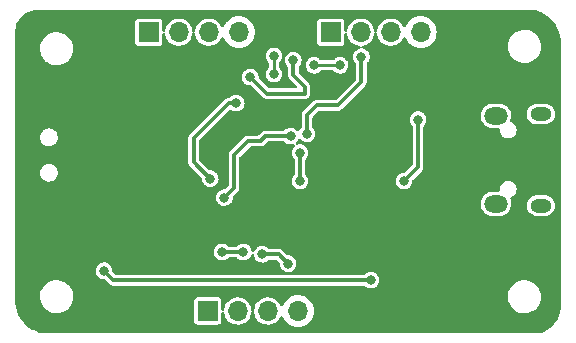
<source format=gbr>
%TF.GenerationSoftware,KiCad,Pcbnew,(6.0.7)*%
%TF.CreationDate,2022-10-16T00:38:09+07:00*%
%TF.ProjectId,bai1,62616931-2e6b-4696-9361-645f70636258,rev?*%
%TF.SameCoordinates,Original*%
%TF.FileFunction,Copper,L2,Bot*%
%TF.FilePolarity,Positive*%
%FSLAX46Y46*%
G04 Gerber Fmt 4.6, Leading zero omitted, Abs format (unit mm)*
G04 Created by KiCad (PCBNEW (6.0.7)) date 2022-10-16 00:38:09*
%MOMM*%
%LPD*%
G01*
G04 APERTURE LIST*
%TA.AperFunction,ComponentPad*%
%ADD10R,1.700000X1.700000*%
%TD*%
%TA.AperFunction,ComponentPad*%
%ADD11O,1.700000X1.700000*%
%TD*%
%TA.AperFunction,ComponentPad*%
%ADD12O,2.000000X1.450000*%
%TD*%
%TA.AperFunction,ComponentPad*%
%ADD13O,1.800000X1.150000*%
%TD*%
%TA.AperFunction,ViaPad*%
%ADD14C,0.800000*%
%TD*%
%TA.AperFunction,Conductor*%
%ADD15C,0.300000*%
%TD*%
%TA.AperFunction,Conductor*%
%ADD16C,0.250000*%
%TD*%
G04 APERTURE END LIST*
D10*
%TO.P,USART1,1,Pin_1*%
%TO.N,+3.3V*%
X71200000Y-66000000D03*
D11*
%TO.P,USART1,2,Pin_2*%
%TO.N,/MICROCONTROLLER/USART1_TX*%
X73740000Y-66000000D03*
%TO.P,USART1,3,Pin_3*%
%TO.N,/MICROCONTROLLER/USART1_RX*%
X76280000Y-66000000D03*
%TO.P,USART1,4,Pin_4*%
%TO.N,GND*%
X78820000Y-66000000D03*
%TD*%
%TO.P,J3,4,Pin_4*%
%TO.N,GND*%
X94220000Y-66000000D03*
%TO.P,J3,3,Pin_3*%
%TO.N,/MICROCONTROLLER/SWDCK*%
X91680000Y-66000000D03*
%TO.P,J3,2,Pin_2*%
%TO.N,/MICROCONTROLLER/SWDIO*%
X89140000Y-66000000D03*
D10*
%TO.P,J3,1,Pin_1*%
%TO.N,+3.3V*%
X86600000Y-66000000D03*
%TD*%
D12*
%TO.P,J2,6,Shield*%
%TO.N,unconnected-(J2-Pad6)*%
X100595000Y-80525000D03*
X100595000Y-73075000D03*
D13*
X104395000Y-80675000D03*
X104395000Y-72925000D03*
%TD*%
D11*
%TO.P,I2C1,4,Pin_4*%
%TO.N,GND*%
X83820000Y-89600000D03*
%TO.P,I2C1,3,Pin_3*%
%TO.N,/MICROCONTROLLER/I2C2_SDA*%
X81280000Y-89600000D03*
%TO.P,I2C1,2,Pin_2*%
%TO.N,/MICROCONTROLLER/I2C2_SCL*%
X78740000Y-89600000D03*
D10*
%TO.P,I2C1,1,Pin_1*%
%TO.N,+3.3V*%
X76200000Y-89600000D03*
%TD*%
D14*
%TO.N,GND*%
X74000000Y-73800000D03*
%TO.N,+3.3V*%
X79200000Y-84600000D03*
X77400000Y-84600000D03*
%TO.N,GND*%
X85600000Y-83800000D03*
%TO.N,+3.3V*%
X83000000Y-85600000D03*
X80800000Y-84800000D03*
%TO.N,GND*%
X81400000Y-77400000D03*
%TO.N,+3.3V*%
X78600000Y-72000000D03*
X76400000Y-78400000D03*
%TO.N,/MICROCONTROLLER/NRST*%
X84000000Y-78600000D03*
X84000000Y-76200000D03*
%TO.N,+3.3V*%
X83433914Y-68373960D03*
X94000000Y-73400000D03*
X92800000Y-78600000D03*
X79800000Y-69800000D03*
%TO.N,GND*%
X98800000Y-67000000D03*
X77238007Y-69949500D03*
X74000000Y-82800000D03*
X99000000Y-65200000D03*
X67600000Y-88800000D03*
X86600000Y-89800000D03*
X66600000Y-82600000D03*
X92000000Y-90200000D03*
X90000000Y-83600000D03*
X97800000Y-90200000D03*
X98200000Y-73200000D03*
X102000000Y-84800000D03*
X62800000Y-84800000D03*
X62800000Y-82400000D03*
X65400000Y-70600000D03*
X103400000Y-70800000D03*
X82400000Y-66000000D03*
X70600000Y-77600000D03*
X97200000Y-66000000D03*
X86000000Y-73800000D03*
X81200000Y-73600000D03*
%TO.N,VBUS*%
X67400000Y-86200000D03*
X90000000Y-87000000D03*
%TO.N,/MICROCONTROLLER/USART1_RX*%
X81800000Y-68000000D03*
X81800000Y-69549500D03*
%TO.N,/MICROCONTROLLER/SWDIO*%
X89200000Y-68075500D03*
X84600000Y-74600000D03*
%TO.N,/MICROCONTROLLER/SWDCK*%
X87400000Y-68800000D03*
X85200000Y-68800000D03*
%TO.N,/MICROCONTROLLER/BOOT0*%
X83200000Y-74800000D03*
X77600000Y-80000000D03*
%TD*%
D15*
%TO.N,/MICROCONTROLLER/BOOT0*%
X78400000Y-76400000D02*
X78400000Y-79200000D01*
X78400000Y-79200000D02*
X77600000Y-80000000D01*
X79600000Y-75200000D02*
X78400000Y-76400000D01*
X83200000Y-74800000D02*
X81060661Y-74800000D01*
X81060661Y-74800000D02*
X80660661Y-75200000D01*
X80660661Y-75200000D02*
X79600000Y-75200000D01*
%TO.N,+3.3V*%
X78000000Y-72000000D02*
X78600000Y-72000000D01*
X75000000Y-75000000D02*
X78000000Y-72000000D01*
X75000000Y-77000000D02*
X75000000Y-75000000D01*
X76400000Y-78400000D02*
X75000000Y-77000000D01*
X77400000Y-84600000D02*
X79200000Y-84600000D01*
X82200000Y-84800000D02*
X83000000Y-85600000D01*
X80800000Y-84800000D02*
X82200000Y-84800000D01*
%TO.N,/MICROCONTROLLER/NRST*%
X84000000Y-78600000D02*
X84000000Y-76200000D01*
%TO.N,+3.3V*%
X84400000Y-71200000D02*
X84400000Y-70600000D01*
X92800000Y-78600000D02*
X94000000Y-77400000D01*
X94000000Y-77400000D02*
X94000000Y-73400000D01*
X81200000Y-71200000D02*
X84400000Y-71200000D01*
X79800000Y-69800000D02*
X81200000Y-71200000D01*
X84400000Y-70600000D02*
X83433914Y-69633914D01*
X83433914Y-69633914D02*
X83433914Y-68373960D01*
%TO.N,VBUS*%
X68200000Y-87000000D02*
X67400000Y-86200000D01*
X90000000Y-87000000D02*
X68200000Y-87000000D01*
D16*
%TO.N,/MICROCONTROLLER/USART1_RX*%
X81800000Y-68000000D02*
X81800000Y-69549500D01*
D15*
%TO.N,/MICROCONTROLLER/SWDIO*%
X84600000Y-73000000D02*
X85400000Y-72200000D01*
X85400000Y-72200000D02*
X87200000Y-72200000D01*
X84600000Y-74600000D02*
X84600000Y-73000000D01*
X89200000Y-70200000D02*
X89200000Y-68075500D01*
X87200000Y-72200000D02*
X89200000Y-70200000D01*
D16*
%TO.N,/MICROCONTROLLER/SWDCK*%
X87400000Y-68800000D02*
X85200000Y-68800000D01*
%TD*%
%TA.AperFunction,Conductor*%
%TO.N,GND*%
G36*
X61881323Y-64095576D02*
G01*
X61924079Y-64097171D01*
X61939028Y-64099247D01*
X61940622Y-64099883D01*
X61946915Y-64100500D01*
X61951463Y-64100500D01*
X61958976Y-64100898D01*
X61967762Y-64103428D01*
X61978581Y-64102684D01*
X61978583Y-64102684D01*
X62006079Y-64100792D01*
X62014589Y-64100500D01*
X103926087Y-64100500D01*
X103968593Y-64108013D01*
X104205167Y-64194339D01*
X104216696Y-64199220D01*
X104355519Y-64266460D01*
X104492485Y-64332801D01*
X104503479Y-64338830D01*
X104764372Y-64499584D01*
X104774702Y-64506694D01*
X104981654Y-64665130D01*
X105018006Y-64692960D01*
X105027560Y-64701072D01*
X105250833Y-64910981D01*
X105259507Y-64920005D01*
X105423658Y-65109035D01*
X105460434Y-65151385D01*
X105468161Y-65161250D01*
X105639023Y-65403695D01*
X105644689Y-65411735D01*
X105651383Y-65422335D01*
X105786702Y-65662706D01*
X105801708Y-65689362D01*
X105807296Y-65700580D01*
X105923227Y-65966173D01*
X105929885Y-65981426D01*
X105934314Y-65993158D01*
X106027909Y-66284942D01*
X106031131Y-66297060D01*
X106094781Y-66596812D01*
X106096762Y-66609194D01*
X106129812Y-66913841D01*
X106130532Y-66926359D01*
X106131404Y-67052756D01*
X106132242Y-67174035D01*
X106132647Y-67232782D01*
X106132099Y-67245304D01*
X106107371Y-67506848D01*
X106106798Y-67512905D01*
X106103834Y-67530549D01*
X106103362Y-67532488D01*
X106100117Y-67540622D01*
X106099500Y-67546915D01*
X106099500Y-67550138D01*
X106099472Y-67550528D01*
X106099405Y-67551886D01*
X106098060Y-67555955D01*
X106098668Y-67576435D01*
X106099445Y-67602618D01*
X106099500Y-67606297D01*
X106099500Y-89161684D01*
X106097496Y-89183886D01*
X106094869Y-89198321D01*
X106096694Y-89209013D01*
X106096636Y-89219495D01*
X106097326Y-89232565D01*
X106082613Y-89463718D01*
X106080866Y-89478003D01*
X106034633Y-89732517D01*
X106031244Y-89746504D01*
X105955828Y-89993966D01*
X105950843Y-90007459D01*
X105876452Y-90177714D01*
X105847264Y-90244514D01*
X105840746Y-90257345D01*
X105710396Y-90480804D01*
X105702435Y-90492793D01*
X105547078Y-90699636D01*
X105537782Y-90710622D01*
X105359504Y-90898072D01*
X105348998Y-90907907D01*
X105150199Y-91073442D01*
X105138624Y-91081993D01*
X104921980Y-91223381D01*
X104909506Y-91230526D01*
X104677931Y-91345864D01*
X104664711Y-91351516D01*
X104421333Y-91439245D01*
X104407541Y-91443329D01*
X104302143Y-91467990D01*
X104181962Y-91496109D01*
X104169138Y-91497572D01*
X104168538Y-91497676D01*
X104167266Y-91497786D01*
X104153376Y-91499370D01*
X104148995Y-91499358D01*
X104148993Y-91499358D01*
X104147842Y-91499355D01*
X104147469Y-91499489D01*
X104147347Y-91499500D01*
X62250636Y-91499500D01*
X62249463Y-91499410D01*
X62246642Y-91498450D01*
X62239059Y-91498610D01*
X62231686Y-91498043D01*
X62226071Y-91497175D01*
X62212370Y-91495876D01*
X61946202Y-91439145D01*
X61932682Y-91435453D01*
X61648737Y-91340385D01*
X61635721Y-91335192D01*
X61460841Y-91253681D01*
X61364311Y-91208688D01*
X61351966Y-91202061D01*
X61096559Y-91045735D01*
X61085052Y-91037765D01*
X60848917Y-90853617D01*
X60838370Y-90844388D01*
X60715045Y-90723504D01*
X60624525Y-90634775D01*
X60615089Y-90624417D01*
X60605204Y-90612250D01*
X60509652Y-90494646D01*
X75049500Y-90494646D01*
X75052618Y-90520846D01*
X75098061Y-90623153D01*
X75177287Y-90702241D01*
X75187758Y-90706870D01*
X75187759Y-90706871D01*
X75271147Y-90743737D01*
X75271149Y-90743738D01*
X75279673Y-90747506D01*
X75305354Y-90750500D01*
X77094646Y-90750500D01*
X77098300Y-90750065D01*
X77098302Y-90750065D01*
X77103266Y-90749474D01*
X77120846Y-90747382D01*
X77223153Y-90701939D01*
X77302241Y-90622713D01*
X77347506Y-90520327D01*
X77350500Y-90494646D01*
X77350500Y-89780300D01*
X77370185Y-89713261D01*
X77422989Y-89667506D01*
X77492147Y-89657562D01*
X77555703Y-89686587D01*
X77593477Y-89745365D01*
X77598234Y-89772190D01*
X77598423Y-89775072D01*
X77598425Y-89775082D01*
X77598796Y-89780749D01*
X77650845Y-89985690D01*
X77653219Y-89990841D01*
X77653221Y-89990845D01*
X77691156Y-90073132D01*
X77739369Y-90177714D01*
X77742647Y-90182352D01*
X77806653Y-90272918D01*
X77861405Y-90350391D01*
X78012865Y-90497937D01*
X78017588Y-90501093D01*
X78017592Y-90501096D01*
X78088663Y-90548584D01*
X78188677Y-90615411D01*
X78382953Y-90698878D01*
X78418277Y-90706871D01*
X78583638Y-90744289D01*
X78583642Y-90744290D01*
X78589186Y-90745544D01*
X78715315Y-90750500D01*
X78794789Y-90753623D01*
X78794791Y-90753623D01*
X78800470Y-90753846D01*
X78806090Y-90753031D01*
X78806092Y-90753031D01*
X79004103Y-90724320D01*
X79004104Y-90724320D01*
X79009730Y-90723504D01*
X79049176Y-90710114D01*
X79204565Y-90657367D01*
X79204568Y-90657366D01*
X79209955Y-90655537D01*
X79214916Y-90652759D01*
X79214922Y-90652756D01*
X79321530Y-90593052D01*
X79394442Y-90552219D01*
X79432165Y-90520846D01*
X79552645Y-90420644D01*
X79557012Y-90417012D01*
X79587252Y-90380652D01*
X79688584Y-90258813D01*
X79688585Y-90258811D01*
X79692219Y-90254442D01*
X79738078Y-90172556D01*
X79792756Y-90074922D01*
X79792759Y-90074916D01*
X79795537Y-90069955D01*
X79799450Y-90058430D01*
X79861675Y-89875118D01*
X79863504Y-89869730D01*
X79873552Y-89800431D01*
X79887820Y-89702033D01*
X79916921Y-89638512D01*
X79970225Y-89604346D01*
X80050974Y-89604346D01*
X80104347Y-89638736D01*
X80133296Y-89702327D01*
X80134271Y-89711707D01*
X80138796Y-89780749D01*
X80190845Y-89985690D01*
X80193219Y-89990841D01*
X80193221Y-89990845D01*
X80231156Y-90073132D01*
X80279369Y-90177714D01*
X80282647Y-90182352D01*
X80346653Y-90272918D01*
X80401405Y-90350391D01*
X80552865Y-90497937D01*
X80557588Y-90501093D01*
X80557592Y-90501096D01*
X80628663Y-90548584D01*
X80728677Y-90615411D01*
X80922953Y-90698878D01*
X80958277Y-90706871D01*
X81123638Y-90744289D01*
X81123642Y-90744290D01*
X81129186Y-90745544D01*
X81255315Y-90750500D01*
X81334789Y-90753623D01*
X81334791Y-90753623D01*
X81340470Y-90753846D01*
X81346090Y-90753031D01*
X81346092Y-90753031D01*
X81544103Y-90724320D01*
X81544104Y-90724320D01*
X81549730Y-90723504D01*
X81589176Y-90710114D01*
X81744565Y-90657367D01*
X81744568Y-90657366D01*
X81749955Y-90655537D01*
X81754916Y-90652759D01*
X81754922Y-90652756D01*
X81861530Y-90593052D01*
X81934442Y-90552219D01*
X81972165Y-90520846D01*
X82092645Y-90420644D01*
X82097012Y-90417012D01*
X82127252Y-90380652D01*
X82228584Y-90258813D01*
X82228585Y-90258811D01*
X82232219Y-90254442D01*
X82329175Y-90081316D01*
X82333758Y-90073132D01*
X82383689Y-90024258D01*
X82452117Y-90010139D01*
X82517317Y-90035256D01*
X82554329Y-90081315D01*
X82645965Y-90277829D01*
X82649072Y-90282266D01*
X82649073Y-90282268D01*
X82778399Y-90466966D01*
X82778403Y-90466970D01*
X82781505Y-90471401D01*
X82948599Y-90638495D01*
X83142170Y-90774035D01*
X83356337Y-90873903D01*
X83440137Y-90896357D01*
X83579366Y-90933663D01*
X83579369Y-90933664D01*
X83584592Y-90935063D01*
X83589979Y-90935534D01*
X83589983Y-90935535D01*
X83814605Y-90955187D01*
X83820000Y-90955659D01*
X83825395Y-90955187D01*
X84050017Y-90935535D01*
X84050021Y-90935534D01*
X84055408Y-90935063D01*
X84060631Y-90933664D01*
X84060634Y-90933663D01*
X84199863Y-90896357D01*
X84283663Y-90873903D01*
X84497830Y-90774035D01*
X84691401Y-90638495D01*
X84858495Y-90471401D01*
X84861597Y-90466970D01*
X84861601Y-90466966D01*
X84990927Y-90282268D01*
X84990928Y-90282266D01*
X84994035Y-90277829D01*
X85063700Y-90128433D01*
X85091614Y-90068573D01*
X85091616Y-90068567D01*
X85093903Y-90063663D01*
X85145867Y-89869730D01*
X85153663Y-89840634D01*
X85153664Y-89840631D01*
X85155063Y-89835408D01*
X85158284Y-89798599D01*
X85175187Y-89605395D01*
X85175659Y-89600000D01*
X85172807Y-89567398D01*
X85155535Y-89369983D01*
X85155534Y-89369979D01*
X85155063Y-89364592D01*
X85146158Y-89331355D01*
X85107652Y-89187651D01*
X85093903Y-89136337D01*
X85091616Y-89131433D01*
X85091614Y-89131427D01*
X84996325Y-88927082D01*
X84994035Y-88922171D01*
X84927303Y-88826867D01*
X84861601Y-88733034D01*
X84861597Y-88733030D01*
X84858495Y-88728599D01*
X84691401Y-88561505D01*
X84497830Y-88425965D01*
X84300158Y-88333789D01*
X101595996Y-88333789D01*
X101604913Y-88571295D01*
X101605990Y-88576430D01*
X101605991Y-88576435D01*
X101638849Y-88733034D01*
X101653719Y-88803904D01*
X101655648Y-88808788D01*
X101655649Y-88808792D01*
X101664585Y-88831419D01*
X101741020Y-89024963D01*
X101743741Y-89029447D01*
X101743743Y-89029451D01*
X101835604Y-89180833D01*
X101864319Y-89228153D01*
X101867766Y-89232125D01*
X102009188Y-89395100D01*
X102020090Y-89407664D01*
X102088453Y-89463718D01*
X102196719Y-89552490D01*
X102203880Y-89558362D01*
X102208441Y-89560958D01*
X102208442Y-89560959D01*
X102405875Y-89673345D01*
X102405880Y-89673347D01*
X102410433Y-89675939D01*
X102633844Y-89757034D01*
X102867725Y-89799326D01*
X102892619Y-89800500D01*
X103059680Y-89800500D01*
X103062296Y-89800278D01*
X103062297Y-89800278D01*
X103231590Y-89785913D01*
X103236823Y-89785469D01*
X103466874Y-89725760D01*
X103683576Y-89628143D01*
X103880732Y-89495409D01*
X104052705Y-89331355D01*
X104194579Y-89140670D01*
X104203633Y-89122862D01*
X104299913Y-88933493D01*
X104299915Y-88933488D01*
X104302295Y-88928807D01*
X104372775Y-88701824D01*
X104374714Y-88687197D01*
X104403315Y-88471412D01*
X104403315Y-88471408D01*
X104404004Y-88466211D01*
X104395087Y-88228705D01*
X104367700Y-88098176D01*
X104347361Y-88001242D01*
X104347360Y-88001239D01*
X104346281Y-87996096D01*
X104258980Y-87775037D01*
X104211760Y-87697220D01*
X104138408Y-87576341D01*
X104135681Y-87571847D01*
X104009840Y-87426827D01*
X103983356Y-87396307D01*
X103983355Y-87396306D01*
X103979910Y-87392336D01*
X103796120Y-87241638D01*
X103791558Y-87239041D01*
X103594125Y-87126655D01*
X103594120Y-87126653D01*
X103589567Y-87124061D01*
X103366156Y-87042966D01*
X103132275Y-87000674D01*
X103107381Y-86999500D01*
X102940320Y-86999500D01*
X102937704Y-86999722D01*
X102937703Y-86999722D01*
X102828627Y-87008977D01*
X102763177Y-87014531D01*
X102533126Y-87074240D01*
X102316424Y-87171857D01*
X102119268Y-87304591D01*
X101947295Y-87468645D01*
X101805421Y-87659330D01*
X101803042Y-87664008D01*
X101803042Y-87664009D01*
X101748875Y-87770549D01*
X101697705Y-87871193D01*
X101627225Y-88098176D01*
X101626534Y-88103386D01*
X101626534Y-88103388D01*
X101597016Y-88326097D01*
X101595996Y-88333789D01*
X84300158Y-88333789D01*
X84283663Y-88326097D01*
X84199863Y-88303643D01*
X84060634Y-88266337D01*
X84060631Y-88266336D01*
X84055408Y-88264937D01*
X84050021Y-88264466D01*
X84050017Y-88264465D01*
X83825395Y-88244813D01*
X83820000Y-88244341D01*
X83814605Y-88244813D01*
X83589983Y-88264465D01*
X83589979Y-88264466D01*
X83584592Y-88264937D01*
X83579369Y-88266336D01*
X83579366Y-88266337D01*
X83440137Y-88303643D01*
X83356337Y-88326097D01*
X83351433Y-88328384D01*
X83351427Y-88328386D01*
X83164331Y-88415631D01*
X83142171Y-88425965D01*
X83137734Y-88429072D01*
X83137732Y-88429073D01*
X82953034Y-88558399D01*
X82953033Y-88558400D01*
X82948599Y-88561505D01*
X82781505Y-88728599D01*
X82778403Y-88733030D01*
X82778399Y-88733034D01*
X82712697Y-88826867D01*
X82645965Y-88922171D01*
X82611403Y-88996290D01*
X82552381Y-89122862D01*
X82506209Y-89175301D01*
X82439015Y-89194453D01*
X82372134Y-89174237D01*
X82328787Y-89125301D01*
X82267682Y-89001393D01*
X82267680Y-89001389D01*
X82265165Y-88996290D01*
X82138651Y-88826867D01*
X82134481Y-88823012D01*
X82134478Y-88823009D01*
X82028203Y-88724770D01*
X81983381Y-88683337D01*
X81977574Y-88679673D01*
X81809363Y-88573539D01*
X81809361Y-88573538D01*
X81804554Y-88570505D01*
X81608160Y-88492152D01*
X81602579Y-88491042D01*
X81602576Y-88491041D01*
X81477744Y-88466211D01*
X81400775Y-88450901D01*
X81395088Y-88450827D01*
X81395083Y-88450826D01*
X81195034Y-88448207D01*
X81195029Y-88448207D01*
X81189346Y-88448133D01*
X81183742Y-88449096D01*
X81183741Y-88449096D01*
X80986550Y-88482979D01*
X80986547Y-88482980D01*
X80980953Y-88483941D01*
X80782575Y-88557127D01*
X80777697Y-88560029D01*
X80777695Y-88560030D01*
X80605740Y-88662332D01*
X80605737Y-88662334D01*
X80600856Y-88665238D01*
X80441881Y-88804655D01*
X80438362Y-88809119D01*
X80438359Y-88809122D01*
X80420782Y-88831419D01*
X80310976Y-88970708D01*
X80212523Y-89157836D01*
X80210837Y-89163267D01*
X80210835Y-89163271D01*
X80184684Y-89247491D01*
X80149820Y-89359773D01*
X80132851Y-89503140D01*
X80105425Y-89567398D01*
X80050974Y-89604346D01*
X79970225Y-89604346D01*
X79970667Y-89604063D01*
X79918057Y-89572081D01*
X79887453Y-89509271D01*
X79886232Y-89499909D01*
X79876601Y-89395100D01*
X79876081Y-89389440D01*
X79818686Y-89185931D01*
X79725165Y-88996290D01*
X79598651Y-88826867D01*
X79594481Y-88823012D01*
X79594478Y-88823009D01*
X79488203Y-88724770D01*
X79443381Y-88683337D01*
X79437574Y-88679673D01*
X79269363Y-88573539D01*
X79269361Y-88573538D01*
X79264554Y-88570505D01*
X79068160Y-88492152D01*
X79062579Y-88491042D01*
X79062576Y-88491041D01*
X78937744Y-88466211D01*
X78860775Y-88450901D01*
X78855088Y-88450827D01*
X78855083Y-88450826D01*
X78655034Y-88448207D01*
X78655029Y-88448207D01*
X78649346Y-88448133D01*
X78643742Y-88449096D01*
X78643741Y-88449096D01*
X78446550Y-88482979D01*
X78446547Y-88482980D01*
X78440953Y-88483941D01*
X78242575Y-88557127D01*
X78237697Y-88560029D01*
X78237695Y-88560030D01*
X78065740Y-88662332D01*
X78065737Y-88662334D01*
X78060856Y-88665238D01*
X77901881Y-88804655D01*
X77898362Y-88809119D01*
X77898359Y-88809122D01*
X77880782Y-88831419D01*
X77770976Y-88970708D01*
X77672523Y-89157836D01*
X77670837Y-89163267D01*
X77670835Y-89163271D01*
X77644684Y-89247491D01*
X77609820Y-89359773D01*
X77609152Y-89365418D01*
X77609151Y-89365422D01*
X77597640Y-89462681D01*
X77570213Y-89526942D01*
X77512397Y-89566173D01*
X77442549Y-89567919D01*
X77382845Y-89531625D01*
X77352241Y-89468814D01*
X77350500Y-89448106D01*
X77350500Y-88705354D01*
X77347382Y-88679154D01*
X77301939Y-88576847D01*
X77222713Y-88497759D01*
X77212242Y-88493130D01*
X77212241Y-88493129D01*
X77128853Y-88456263D01*
X77128851Y-88456262D01*
X77120327Y-88452494D01*
X77094646Y-88449500D01*
X75305354Y-88449500D01*
X75301700Y-88449935D01*
X75301698Y-88449935D01*
X75296734Y-88450526D01*
X75279154Y-88452618D01*
X75176847Y-88498061D01*
X75097759Y-88577287D01*
X75093130Y-88587758D01*
X75093129Y-88587759D01*
X75058876Y-88665238D01*
X75052494Y-88679673D01*
X75049500Y-88705354D01*
X75049500Y-90494646D01*
X60509652Y-90494646D01*
X60426261Y-90392009D01*
X60418063Y-90380666D01*
X60256658Y-90128422D01*
X60249790Y-90116220D01*
X60128847Y-89869730D01*
X60117883Y-89847383D01*
X60112432Y-89834475D01*
X60093082Y-89780300D01*
X60065126Y-89702033D01*
X60011711Y-89552490D01*
X60007750Y-89539047D01*
X59939490Y-89247491D01*
X59937071Y-89233687D01*
X59927425Y-89151553D01*
X59902144Y-88936278D01*
X59901299Y-88922292D01*
X59900935Y-88826867D01*
X59900437Y-88696612D01*
X59900289Y-88657892D01*
X59900367Y-88654442D01*
X59900500Y-88653085D01*
X59900500Y-88648443D01*
X59900638Y-88647237D01*
X59900648Y-88647025D01*
X59900662Y-88647026D01*
X59901750Y-88637486D01*
X59901695Y-88637483D01*
X59902266Y-88626655D01*
X59904712Y-88616080D01*
X59901419Y-88589181D01*
X59900500Y-88574113D01*
X59900500Y-88333789D01*
X61995996Y-88333789D01*
X62004913Y-88571295D01*
X62005990Y-88576430D01*
X62005991Y-88576435D01*
X62038849Y-88733034D01*
X62053719Y-88803904D01*
X62055648Y-88808788D01*
X62055649Y-88808792D01*
X62064585Y-88831419D01*
X62141020Y-89024963D01*
X62143741Y-89029447D01*
X62143743Y-89029451D01*
X62235604Y-89180833D01*
X62264319Y-89228153D01*
X62267766Y-89232125D01*
X62409188Y-89395100D01*
X62420090Y-89407664D01*
X62488453Y-89463718D01*
X62596719Y-89552490D01*
X62603880Y-89558362D01*
X62608441Y-89560958D01*
X62608442Y-89560959D01*
X62805875Y-89673345D01*
X62805880Y-89673347D01*
X62810433Y-89675939D01*
X63033844Y-89757034D01*
X63267725Y-89799326D01*
X63292619Y-89800500D01*
X63459680Y-89800500D01*
X63462296Y-89800278D01*
X63462297Y-89800278D01*
X63631590Y-89785913D01*
X63636823Y-89785469D01*
X63866874Y-89725760D01*
X64083576Y-89628143D01*
X64280732Y-89495409D01*
X64452705Y-89331355D01*
X64594579Y-89140670D01*
X64603633Y-89122862D01*
X64699913Y-88933493D01*
X64699915Y-88933488D01*
X64702295Y-88928807D01*
X64772775Y-88701824D01*
X64774714Y-88687197D01*
X64803315Y-88471412D01*
X64803315Y-88471408D01*
X64804004Y-88466211D01*
X64795087Y-88228705D01*
X64767700Y-88098176D01*
X64747361Y-88001242D01*
X64747360Y-88001239D01*
X64746281Y-87996096D01*
X64658980Y-87775037D01*
X64611760Y-87697220D01*
X64538408Y-87576341D01*
X64535681Y-87571847D01*
X64409840Y-87426827D01*
X64383356Y-87396307D01*
X64383355Y-87396306D01*
X64379910Y-87392336D01*
X64196120Y-87241638D01*
X64191558Y-87239041D01*
X63994125Y-87126655D01*
X63994120Y-87126653D01*
X63989567Y-87124061D01*
X63766156Y-87042966D01*
X63532275Y-87000674D01*
X63507381Y-86999500D01*
X63340320Y-86999500D01*
X63337704Y-86999722D01*
X63337703Y-86999722D01*
X63228627Y-87008977D01*
X63163177Y-87014531D01*
X62933126Y-87074240D01*
X62716424Y-87171857D01*
X62519268Y-87304591D01*
X62347295Y-87468645D01*
X62205421Y-87659330D01*
X62203042Y-87664008D01*
X62203042Y-87664009D01*
X62148875Y-87770549D01*
X62097705Y-87871193D01*
X62027225Y-88098176D01*
X62026534Y-88103386D01*
X62026534Y-88103388D01*
X61997016Y-88326097D01*
X61995996Y-88333789D01*
X59900500Y-88333789D01*
X59900500Y-86192611D01*
X66694394Y-86192611D01*
X66695214Y-86200039D01*
X66695214Y-86200041D01*
X66696841Y-86214778D01*
X66712999Y-86361135D01*
X66715565Y-86368147D01*
X66715566Y-86368151D01*
X66735012Y-86421288D01*
X66771266Y-86520356D01*
X66775433Y-86526558D01*
X66775435Y-86526561D01*
X66836421Y-86617317D01*
X66865830Y-86661083D01*
X66871360Y-86666115D01*
X66985702Y-86770159D01*
X66985706Y-86770162D01*
X66991233Y-86775191D01*
X67140235Y-86856092D01*
X67235585Y-86881107D01*
X67297005Y-86897220D01*
X67297007Y-86897220D01*
X67304233Y-86899116D01*
X67414313Y-86900845D01*
X67481034Y-86921580D01*
X67500046Y-86937149D01*
X67857333Y-87294436D01*
X67867031Y-87305349D01*
X67888128Y-87332110D01*
X67895753Y-87337380D01*
X67895754Y-87337381D01*
X67936400Y-87365473D01*
X67939568Y-87367737D01*
X67979356Y-87397125D01*
X67979364Y-87397129D01*
X67986817Y-87402634D01*
X67993631Y-87405027D01*
X67999569Y-87409131D01*
X68039634Y-87421802D01*
X68055522Y-87426827D01*
X68059212Y-87428058D01*
X68114631Y-87447520D01*
X68121733Y-87447799D01*
X68121995Y-87447851D01*
X68128730Y-87449980D01*
X68135337Y-87450500D01*
X68188059Y-87450500D01*
X68192926Y-87450596D01*
X68249994Y-87452838D01*
X68257075Y-87450960D01*
X68265438Y-87450500D01*
X89406227Y-87450500D01*
X89473266Y-87470185D01*
X89489680Y-87482786D01*
X89585698Y-87570155D01*
X89585700Y-87570157D01*
X89591233Y-87575191D01*
X89740235Y-87656092D01*
X89835585Y-87681107D01*
X89897005Y-87697220D01*
X89897007Y-87697220D01*
X89904233Y-87699116D01*
X89987178Y-87700419D01*
X90066290Y-87701662D01*
X90066293Y-87701662D01*
X90073760Y-87701779D01*
X90196209Y-87673735D01*
X90231738Y-87665598D01*
X90231739Y-87665598D01*
X90239029Y-87663928D01*
X90314111Y-87626166D01*
X90383820Y-87591106D01*
X90383822Y-87591105D01*
X90390498Y-87587747D01*
X90396180Y-87582894D01*
X90396183Y-87582892D01*
X90513741Y-87482487D01*
X90519423Y-87477634D01*
X90618361Y-87339947D01*
X90681601Y-87182634D01*
X90690192Y-87122272D01*
X90704918Y-87018800D01*
X90704918Y-87018794D01*
X90705490Y-87014778D01*
X90705645Y-87000000D01*
X90696155Y-86921580D01*
X90686175Y-86839105D01*
X90686174Y-86839101D01*
X90685276Y-86831680D01*
X90625345Y-86673077D01*
X90617102Y-86661083D01*
X90533549Y-86539513D01*
X90533546Y-86539510D01*
X90529312Y-86533349D01*
X90402721Y-86420560D01*
X90388347Y-86412949D01*
X90259489Y-86344723D01*
X90252881Y-86341224D01*
X90088441Y-86299919D01*
X90002248Y-86299468D01*
X89926368Y-86299070D01*
X89926367Y-86299070D01*
X89918895Y-86299031D01*
X89907449Y-86301779D01*
X89761295Y-86336868D01*
X89761293Y-86336869D01*
X89754032Y-86338612D01*
X89747399Y-86342035D01*
X89747395Y-86342037D01*
X89696801Y-86368151D01*
X89603369Y-86416375D01*
X89597737Y-86421288D01*
X89485794Y-86518942D01*
X89422336Y-86548178D01*
X89404280Y-86549500D01*
X83074323Y-86549500D01*
X83068215Y-86547707D01*
X83055006Y-86549500D01*
X68437965Y-86549500D01*
X68370926Y-86529815D01*
X68350284Y-86513181D01*
X68141736Y-86304633D01*
X68108251Y-86243310D01*
X68106269Y-86214786D01*
X68105490Y-86214778D01*
X68105602Y-86204065D01*
X68105645Y-86200000D01*
X68102034Y-86170159D01*
X68086175Y-86039105D01*
X68086174Y-86039101D01*
X68085276Y-86031680D01*
X68050613Y-85939947D01*
X68027989Y-85880073D01*
X68027987Y-85880070D01*
X68025345Y-85873077D01*
X67943304Y-85753707D01*
X67933549Y-85739513D01*
X67933546Y-85739510D01*
X67929312Y-85733349D01*
X67802721Y-85620560D01*
X67788347Y-85612949D01*
X67659489Y-85544723D01*
X67652881Y-85541224D01*
X67488441Y-85499919D01*
X67402248Y-85499468D01*
X67326368Y-85499070D01*
X67326367Y-85499070D01*
X67318895Y-85499031D01*
X67307449Y-85501779D01*
X67161295Y-85536868D01*
X67161293Y-85536869D01*
X67154032Y-85538612D01*
X67147399Y-85542035D01*
X67147395Y-85542037D01*
X67117468Y-85557484D01*
X67003369Y-85616375D01*
X66875604Y-85727831D01*
X66778113Y-85866547D01*
X66716524Y-86024513D01*
X66715548Y-86031923D01*
X66715548Y-86031925D01*
X66711047Y-86066115D01*
X66694394Y-86192611D01*
X59900500Y-86192611D01*
X59900500Y-84592611D01*
X76694394Y-84592611D01*
X76712999Y-84761135D01*
X76715565Y-84768147D01*
X76715566Y-84768151D01*
X76737298Y-84827536D01*
X76771266Y-84920356D01*
X76775433Y-84926558D01*
X76775435Y-84926561D01*
X76836249Y-85017061D01*
X76865830Y-85061083D01*
X76871360Y-85066115D01*
X76985702Y-85170159D01*
X76985706Y-85170162D01*
X76991233Y-85175191D01*
X77140235Y-85256092D01*
X77235585Y-85281107D01*
X77297005Y-85297220D01*
X77297007Y-85297220D01*
X77304233Y-85299116D01*
X77387178Y-85300419D01*
X77466290Y-85301662D01*
X77466293Y-85301662D01*
X77473760Y-85301779D01*
X77611709Y-85270185D01*
X77631738Y-85265598D01*
X77631739Y-85265598D01*
X77639029Y-85263928D01*
X77714111Y-85226166D01*
X77783820Y-85191106D01*
X77783822Y-85191105D01*
X77790498Y-85187747D01*
X77796180Y-85182894D01*
X77796183Y-85182892D01*
X77916407Y-85080210D01*
X77980168Y-85051639D01*
X77996939Y-85050500D01*
X78606227Y-85050500D01*
X78673266Y-85070185D01*
X78689680Y-85082786D01*
X78785698Y-85170155D01*
X78785700Y-85170157D01*
X78791233Y-85175191D01*
X78940235Y-85256092D01*
X79035585Y-85281107D01*
X79097005Y-85297220D01*
X79097007Y-85297220D01*
X79104233Y-85299116D01*
X79187178Y-85300419D01*
X79266290Y-85301662D01*
X79266293Y-85301662D01*
X79273760Y-85301779D01*
X79411709Y-85270185D01*
X79431738Y-85265598D01*
X79431739Y-85265598D01*
X79439029Y-85263928D01*
X79514111Y-85226166D01*
X79583820Y-85191106D01*
X79583822Y-85191105D01*
X79590498Y-85187747D01*
X79596180Y-85182894D01*
X79596183Y-85182892D01*
X79713741Y-85082487D01*
X79719423Y-85077634D01*
X79818361Y-84939947D01*
X79821148Y-84933015D01*
X79821152Y-84933007D01*
X79863552Y-84827536D01*
X79906821Y-84772676D01*
X79972881Y-84749919D01*
X80040757Y-84766489D01*
X80088900Y-84817125D01*
X80101854Y-84860179D01*
X80112999Y-84961135D01*
X80115565Y-84968147D01*
X80115566Y-84968151D01*
X80157408Y-85082487D01*
X80171266Y-85120356D01*
X80175433Y-85126558D01*
X80175435Y-85126561D01*
X80218808Y-85191106D01*
X80265830Y-85261083D01*
X80271360Y-85266115D01*
X80385702Y-85370159D01*
X80385706Y-85370162D01*
X80391233Y-85375191D01*
X80540235Y-85456092D01*
X80635585Y-85481107D01*
X80697005Y-85497220D01*
X80697007Y-85497220D01*
X80704233Y-85499116D01*
X80787178Y-85500419D01*
X80866290Y-85501662D01*
X80866293Y-85501662D01*
X80873760Y-85501779D01*
X80996209Y-85473735D01*
X81031738Y-85465598D01*
X81031739Y-85465598D01*
X81039029Y-85463928D01*
X81117059Y-85424683D01*
X81183820Y-85391106D01*
X81183822Y-85391105D01*
X81190498Y-85387747D01*
X81196180Y-85382894D01*
X81196183Y-85382892D01*
X81316407Y-85280210D01*
X81380168Y-85251639D01*
X81396939Y-85250500D01*
X81962035Y-85250500D01*
X82029074Y-85270185D01*
X82049716Y-85286819D01*
X82259058Y-85496161D01*
X82292543Y-85557484D01*
X82295370Y-85585139D01*
X82295369Y-85585203D01*
X82294394Y-85592611D01*
X82295214Y-85600039D01*
X82295214Y-85600040D01*
X82308190Y-85717571D01*
X82312999Y-85761135D01*
X82315565Y-85768147D01*
X82315566Y-85768151D01*
X82351708Y-85866912D01*
X82371266Y-85920356D01*
X82375433Y-85926558D01*
X82375435Y-85926561D01*
X82388510Y-85946018D01*
X82465830Y-86061083D01*
X82471360Y-86066115D01*
X82585702Y-86170159D01*
X82585706Y-86170162D01*
X82591233Y-86175191D01*
X82740235Y-86256092D01*
X82835585Y-86281107D01*
X82897005Y-86297220D01*
X82897007Y-86297220D01*
X82904233Y-86299116D01*
X83056954Y-86301515D01*
X83059975Y-86302454D01*
X83061359Y-86302180D01*
X83066289Y-86301662D01*
X83073760Y-86301779D01*
X83196209Y-86273735D01*
X83231738Y-86265598D01*
X83231739Y-86265598D01*
X83239029Y-86263928D01*
X83336753Y-86214778D01*
X83383820Y-86191106D01*
X83383822Y-86191105D01*
X83390498Y-86187747D01*
X83396180Y-86182894D01*
X83396183Y-86182892D01*
X83513741Y-86082487D01*
X83519423Y-86077634D01*
X83618361Y-85939947D01*
X83681601Y-85782634D01*
X83688615Y-85733349D01*
X83704918Y-85618800D01*
X83704918Y-85618794D01*
X83705490Y-85614778D01*
X83705645Y-85600000D01*
X83698631Y-85542037D01*
X83686175Y-85439105D01*
X83686174Y-85439101D01*
X83685276Y-85431680D01*
X83636191Y-85301779D01*
X83627989Y-85280073D01*
X83627987Y-85280070D01*
X83625345Y-85273077D01*
X83614976Y-85257990D01*
X83533549Y-85139513D01*
X83533546Y-85139510D01*
X83529312Y-85133349D01*
X83466779Y-85077634D01*
X83408303Y-85025533D01*
X83408301Y-85025532D01*
X83402721Y-85020560D01*
X83252881Y-84941224D01*
X83088441Y-84899919D01*
X82987207Y-84899389D01*
X82920271Y-84879354D01*
X82900175Y-84863072D01*
X82542667Y-84505564D01*
X82532969Y-84494651D01*
X82517611Y-84475170D01*
X82511872Y-84467890D01*
X82463554Y-84434495D01*
X82460454Y-84432281D01*
X82413184Y-84397366D01*
X82406368Y-84394973D01*
X82400431Y-84390869D01*
X82344481Y-84373174D01*
X82340791Y-84371943D01*
X82294116Y-84355552D01*
X82294112Y-84355551D01*
X82285369Y-84352481D01*
X82278265Y-84352202D01*
X82278014Y-84352153D01*
X82271270Y-84350020D01*
X82264663Y-84349500D01*
X82211932Y-84349500D01*
X82207063Y-84349404D01*
X82159273Y-84347526D01*
X82159272Y-84347526D01*
X82150006Y-84347162D01*
X82142922Y-84349040D01*
X82134562Y-84349500D01*
X81394667Y-84349500D01*
X81327628Y-84329815D01*
X81312178Y-84318083D01*
X81208303Y-84225533D01*
X81208301Y-84225532D01*
X81202721Y-84220560D01*
X81188347Y-84212949D01*
X81127801Y-84180892D01*
X81052881Y-84141224D01*
X80888441Y-84099919D01*
X80802248Y-84099468D01*
X80726368Y-84099070D01*
X80726367Y-84099070D01*
X80718895Y-84099031D01*
X80697235Y-84104231D01*
X80561295Y-84136868D01*
X80561293Y-84136869D01*
X80554032Y-84138612D01*
X80547399Y-84142035D01*
X80547395Y-84142037D01*
X80480465Y-84176583D01*
X80403369Y-84216375D01*
X80397737Y-84221288D01*
X80352861Y-84260436D01*
X80275604Y-84327831D01*
X80178113Y-84466547D01*
X80175400Y-84473506D01*
X80137183Y-84571526D01*
X80094490Y-84626835D01*
X80028673Y-84650283D01*
X79960626Y-84634425D01*
X79911956Y-84584296D01*
X79898551Y-84541379D01*
X79886175Y-84439105D01*
X79886174Y-84439101D01*
X79885276Y-84431680D01*
X79856510Y-84355552D01*
X79827989Y-84280073D01*
X79827987Y-84280070D01*
X79825345Y-84273077D01*
X79784020Y-84212949D01*
X79733549Y-84139513D01*
X79733546Y-84139510D01*
X79729312Y-84133349D01*
X79602721Y-84020560D01*
X79588347Y-84012949D01*
X79459489Y-83944723D01*
X79452881Y-83941224D01*
X79288441Y-83899919D01*
X79202248Y-83899468D01*
X79126368Y-83899070D01*
X79126367Y-83899070D01*
X79118895Y-83899031D01*
X79097235Y-83904231D01*
X78961295Y-83936868D01*
X78961293Y-83936869D01*
X78954032Y-83938612D01*
X78947399Y-83942035D01*
X78947395Y-83942037D01*
X78880465Y-83976583D01*
X78803369Y-84016375D01*
X78686779Y-84118083D01*
X78685794Y-84118942D01*
X78622336Y-84148178D01*
X78604280Y-84149500D01*
X77994667Y-84149500D01*
X77927628Y-84129815D01*
X77912178Y-84118083D01*
X77808303Y-84025533D01*
X77808301Y-84025532D01*
X77802721Y-84020560D01*
X77788347Y-84012949D01*
X77659489Y-83944723D01*
X77652881Y-83941224D01*
X77488441Y-83899919D01*
X77402248Y-83899468D01*
X77326368Y-83899070D01*
X77326367Y-83899070D01*
X77318895Y-83899031D01*
X77297235Y-83904231D01*
X77161295Y-83936868D01*
X77161293Y-83936869D01*
X77154032Y-83938612D01*
X77147399Y-83942035D01*
X77147395Y-83942037D01*
X77080465Y-83976583D01*
X77003369Y-84016375D01*
X76997737Y-84021288D01*
X76885794Y-84118942D01*
X76875604Y-84127831D01*
X76778113Y-84266547D01*
X76716524Y-84424513D01*
X76694394Y-84592611D01*
X59900500Y-84592611D01*
X59900500Y-79992611D01*
X76894394Y-79992611D01*
X76895214Y-80000039D01*
X76895214Y-80000041D01*
X76896841Y-80014778D01*
X76912999Y-80161135D01*
X76915565Y-80168147D01*
X76915566Y-80168151D01*
X76947715Y-80256000D01*
X76971266Y-80320356D01*
X76975433Y-80326558D01*
X76975435Y-80326561D01*
X77036421Y-80417317D01*
X77065830Y-80461083D01*
X77071360Y-80466115D01*
X77185702Y-80570159D01*
X77185706Y-80570162D01*
X77191233Y-80575191D01*
X77340235Y-80656092D01*
X77435585Y-80681107D01*
X77497005Y-80697220D01*
X77497007Y-80697220D01*
X77504233Y-80699116D01*
X77587178Y-80700419D01*
X77666290Y-80701662D01*
X77666293Y-80701662D01*
X77673760Y-80701779D01*
X77796209Y-80673735D01*
X77831738Y-80665598D01*
X77831739Y-80665598D01*
X77839029Y-80663928D01*
X77927937Y-80619212D01*
X77983820Y-80591106D01*
X77983822Y-80591105D01*
X77990498Y-80587747D01*
X77996180Y-80582894D01*
X77996183Y-80582892D01*
X78072388Y-80517806D01*
X99289563Y-80517806D01*
X99290112Y-80523839D01*
X99290112Y-80523843D01*
X99299395Y-80625840D01*
X99307790Y-80718089D01*
X99309501Y-80723902D01*
X99309501Y-80723903D01*
X99311944Y-80732203D01*
X99364572Y-80911018D01*
X99457746Y-81089243D01*
X99551919Y-81206370D01*
X99579137Y-81240222D01*
X99583763Y-81245976D01*
X99737823Y-81375248D01*
X99914058Y-81472134D01*
X99919840Y-81473968D01*
X99919842Y-81473969D01*
X100099976Y-81531111D01*
X100099978Y-81531111D01*
X100105755Y-81532944D01*
X100160287Y-81539061D01*
X100258815Y-81550113D01*
X100258821Y-81550113D01*
X100262268Y-81550500D01*
X100920606Y-81550500D01*
X100923621Y-81550204D01*
X100923629Y-81550204D01*
X101064115Y-81536429D01*
X101064117Y-81536429D01*
X101070151Y-81535837D01*
X101262679Y-81477710D01*
X101440249Y-81383294D01*
X101596099Y-81256186D01*
X101724292Y-81101227D01*
X101731203Y-81088446D01*
X101817059Y-80929658D01*
X101817060Y-80929656D01*
X101819945Y-80924320D01*
X101879415Y-80732203D01*
X101890594Y-80625840D01*
X103190711Y-80625840D01*
X103200667Y-80815801D01*
X103251181Y-80999193D01*
X103339898Y-81167460D01*
X103344229Y-81172585D01*
X103344231Y-81172588D01*
X103458345Y-81307624D01*
X103462678Y-81312751D01*
X103468012Y-81316829D01*
X103608456Y-81424207D01*
X103608459Y-81424209D01*
X103613793Y-81428287D01*
X103619882Y-81431126D01*
X103619883Y-81431127D01*
X103780109Y-81505841D01*
X103786193Y-81508678D01*
X103792738Y-81510141D01*
X103792741Y-81510142D01*
X103884890Y-81530740D01*
X103971834Y-81550174D01*
X103977665Y-81550500D01*
X104767517Y-81550500D01*
X104909109Y-81535118D01*
X105089396Y-81474445D01*
X105252447Y-81376474D01*
X105379649Y-81256186D01*
X105385781Y-81250387D01*
X105390658Y-81245775D01*
X105440396Y-81172588D01*
X105493804Y-81094000D01*
X105493806Y-81093997D01*
X105497578Y-81088446D01*
X105500070Y-81082216D01*
X105500072Y-81082212D01*
X105565727Y-80918062D01*
X105568221Y-80911827D01*
X105569318Y-80905202D01*
X105598192Y-80730788D01*
X105598192Y-80730786D01*
X105599289Y-80724160D01*
X105589333Y-80534199D01*
X105538819Y-80350807D01*
X105488833Y-80256000D01*
X105453234Y-80188480D01*
X105453233Y-80188479D01*
X105450102Y-80182540D01*
X105437943Y-80168151D01*
X105331655Y-80042376D01*
X105331653Y-80042374D01*
X105327322Y-80037249D01*
X105243976Y-79973526D01*
X105181544Y-79925793D01*
X105181541Y-79925791D01*
X105176207Y-79921713D01*
X105103367Y-79887747D01*
X105009891Y-79844159D01*
X105003807Y-79841322D01*
X104997262Y-79839859D01*
X104997259Y-79839858D01*
X104885522Y-79814882D01*
X104818166Y-79799826D01*
X104812335Y-79799500D01*
X104022483Y-79799500D01*
X103880891Y-79814882D01*
X103874524Y-79817025D01*
X103874523Y-79817025D01*
X103806676Y-79839858D01*
X103700604Y-79875555D01*
X103537553Y-79973526D01*
X103399342Y-80104225D01*
X103395569Y-80109777D01*
X103395568Y-80109778D01*
X103342083Y-80188480D01*
X103292422Y-80261554D01*
X103289930Y-80267784D01*
X103289928Y-80267788D01*
X103256723Y-80350807D01*
X103221779Y-80438173D01*
X103220683Y-80444796D01*
X103220682Y-80444798D01*
X103206954Y-80527726D01*
X103190711Y-80625840D01*
X101890594Y-80625840D01*
X101900437Y-80532194D01*
X101895914Y-80482487D01*
X101884519Y-80357280D01*
X101882210Y-80331911D01*
X101838276Y-80182634D01*
X101827141Y-80144802D01*
X101827141Y-80144801D01*
X101825428Y-80138982D01*
X101822617Y-80133606D01*
X101820346Y-80127984D01*
X101821705Y-80127435D01*
X101809512Y-80066039D01*
X101835113Y-80001029D01*
X101884618Y-79965100D01*
X101884029Y-79963928D01*
X102028820Y-79891106D01*
X102028822Y-79891105D01*
X102035498Y-79887747D01*
X102041180Y-79882894D01*
X102041183Y-79882892D01*
X102158741Y-79782487D01*
X102164423Y-79777634D01*
X102263361Y-79639947D01*
X102326601Y-79482634D01*
X102329310Y-79463600D01*
X102349918Y-79318800D01*
X102349918Y-79318794D01*
X102350490Y-79314778D01*
X102350645Y-79300000D01*
X102349169Y-79287803D01*
X102331175Y-79139105D01*
X102331174Y-79139101D01*
X102330276Y-79131680D01*
X102300365Y-79052522D01*
X102272989Y-78980073D01*
X102272987Y-78980070D01*
X102270345Y-78973077D01*
X102247575Y-78939947D01*
X102178549Y-78839513D01*
X102178546Y-78839510D01*
X102174312Y-78833349D01*
X102084924Y-78753707D01*
X102053303Y-78725533D01*
X102053301Y-78725532D01*
X102047721Y-78720560D01*
X102034078Y-78713336D01*
X101915177Y-78650382D01*
X101897881Y-78641224D01*
X101733441Y-78599919D01*
X101647248Y-78599468D01*
X101571368Y-78599070D01*
X101571367Y-78599070D01*
X101563895Y-78599031D01*
X101542927Y-78604065D01*
X101406295Y-78636868D01*
X101406293Y-78636869D01*
X101399032Y-78638612D01*
X101392399Y-78642035D01*
X101392395Y-78642037D01*
X101375999Y-78650500D01*
X101248369Y-78716375D01*
X101242737Y-78721288D01*
X101172415Y-78782634D01*
X101120604Y-78827831D01*
X101023113Y-78966547D01*
X100961524Y-79124513D01*
X100939394Y-79292611D01*
X100940214Y-79300039D01*
X100940214Y-79300041D01*
X100941393Y-79310715D01*
X100944473Y-79338612D01*
X100947043Y-79361893D01*
X100934834Y-79430687D01*
X100887370Y-79481960D01*
X100823792Y-79499500D01*
X100269394Y-79499500D01*
X100266379Y-79499796D01*
X100266371Y-79499796D01*
X100125885Y-79513571D01*
X100125883Y-79513571D01*
X100119849Y-79514163D01*
X99927321Y-79572290D01*
X99749751Y-79666706D01*
X99593901Y-79793814D01*
X99465708Y-79948773D01*
X99462822Y-79954110D01*
X99462821Y-79954112D01*
X99381656Y-80104225D01*
X99370055Y-80125680D01*
X99310585Y-80317797D01*
X99289563Y-80517806D01*
X78072388Y-80517806D01*
X78113741Y-80482487D01*
X78119423Y-80477634D01*
X78218361Y-80339947D01*
X78281601Y-80182634D01*
X78286985Y-80144802D01*
X78304918Y-80018800D01*
X78304918Y-80018794D01*
X78305490Y-80014778D01*
X78305645Y-80000000D01*
X78305157Y-79995965D01*
X78304934Y-79991914D01*
X78306666Y-79991819D01*
X78316960Y-79929895D01*
X78340916Y-79896187D01*
X78694436Y-79542667D01*
X78705349Y-79532969D01*
X78724830Y-79517611D01*
X78732110Y-79511872D01*
X78740457Y-79499796D01*
X78765473Y-79463600D01*
X78767737Y-79460432D01*
X78797125Y-79420644D01*
X78797129Y-79420636D01*
X78802634Y-79413183D01*
X78805027Y-79406369D01*
X78809131Y-79400431D01*
X78826827Y-79344478D01*
X78828059Y-79340784D01*
X78829434Y-79336868D01*
X78847520Y-79285369D01*
X78847799Y-79278267D01*
X78847851Y-79278005D01*
X78849980Y-79271270D01*
X78850500Y-79264663D01*
X78850500Y-79211941D01*
X78850596Y-79207073D01*
X78851708Y-79178760D01*
X78852838Y-79150006D01*
X78850960Y-79142925D01*
X78850500Y-79134562D01*
X78850500Y-76637965D01*
X78870185Y-76570926D01*
X78886819Y-76550284D01*
X79750284Y-75686819D01*
X79811607Y-75653334D01*
X79837965Y-75650500D01*
X80626558Y-75650500D01*
X80641132Y-75651359D01*
X80665766Y-75654275D01*
X80665769Y-75654275D01*
X80674971Y-75655364D01*
X80711635Y-75648668D01*
X80732683Y-75644824D01*
X80736525Y-75644184D01*
X80769678Y-75639199D01*
X80794623Y-75635449D01*
X80801136Y-75632321D01*
X80808234Y-75631025D01*
X80836437Y-75616375D01*
X80860324Y-75603967D01*
X80863807Y-75602227D01*
X80916740Y-75576809D01*
X80921960Y-75571984D01*
X80922181Y-75571835D01*
X80928449Y-75568579D01*
X80933489Y-75564275D01*
X80970758Y-75527006D01*
X80974268Y-75523631D01*
X81009410Y-75491147D01*
X81009412Y-75491144D01*
X81016217Y-75484854D01*
X81019898Y-75478516D01*
X81025489Y-75472275D01*
X81210945Y-75286819D01*
X81272268Y-75253334D01*
X81298626Y-75250500D01*
X82606227Y-75250500D01*
X82673266Y-75270185D01*
X82689680Y-75282786D01*
X82785698Y-75370155D01*
X82785700Y-75370157D01*
X82791233Y-75375191D01*
X82940235Y-75456092D01*
X83030136Y-75479677D01*
X83097005Y-75497220D01*
X83097007Y-75497220D01*
X83104233Y-75499116D01*
X83187178Y-75500419D01*
X83266290Y-75501662D01*
X83266293Y-75501662D01*
X83273760Y-75501779D01*
X83417642Y-75468826D01*
X83487382Y-75473048D01*
X83543770Y-75514305D01*
X83568902Y-75579498D01*
X83554798Y-75647929D01*
X83526837Y-75683138D01*
X83475604Y-75727831D01*
X83378113Y-75866547D01*
X83316524Y-76024513D01*
X83315548Y-76031923D01*
X83315548Y-76031925D01*
X83308905Y-76082389D01*
X83294394Y-76192611D01*
X83295214Y-76200039D01*
X83295214Y-76200041D01*
X83296841Y-76214778D01*
X83312999Y-76361135D01*
X83315565Y-76368147D01*
X83315566Y-76368151D01*
X83345517Y-76449994D01*
X83371266Y-76520356D01*
X83375433Y-76526558D01*
X83375435Y-76526561D01*
X83405247Y-76570926D01*
X83465830Y-76661083D01*
X83489353Y-76682487D01*
X83508954Y-76700323D01*
X83545290Y-76760001D01*
X83549500Y-76792037D01*
X83549500Y-78006989D01*
X83529815Y-78074028D01*
X83507015Y-78100430D01*
X83490564Y-78114781D01*
X83481241Y-78122914D01*
X83475604Y-78127831D01*
X83378113Y-78266547D01*
X83316524Y-78424513D01*
X83294394Y-78592611D01*
X83295214Y-78600039D01*
X83295214Y-78600041D01*
X83308133Y-78717061D01*
X83312999Y-78761135D01*
X83315565Y-78768147D01*
X83315566Y-78768151D01*
X83355632Y-78877634D01*
X83371266Y-78920356D01*
X83375433Y-78926558D01*
X83375435Y-78926561D01*
X83418808Y-78991106D01*
X83465830Y-79061083D01*
X83471360Y-79066115D01*
X83585702Y-79170159D01*
X83585706Y-79170162D01*
X83591233Y-79175191D01*
X83740235Y-79256092D01*
X83824323Y-79278152D01*
X83897005Y-79297220D01*
X83897007Y-79297220D01*
X83904233Y-79299116D01*
X83987178Y-79300419D01*
X84066290Y-79301662D01*
X84066293Y-79301662D01*
X84073760Y-79301779D01*
X84206972Y-79271270D01*
X84231738Y-79265598D01*
X84231739Y-79265598D01*
X84239029Y-79263928D01*
X84352073Y-79207073D01*
X84383820Y-79191106D01*
X84383822Y-79191105D01*
X84390498Y-79187747D01*
X84396180Y-79182894D01*
X84396183Y-79182892D01*
X84513741Y-79082487D01*
X84519423Y-79077634D01*
X84618361Y-78939947D01*
X84681601Y-78782634D01*
X84688663Y-78733014D01*
X84704918Y-78618800D01*
X84704918Y-78618794D01*
X84705490Y-78614778D01*
X84705645Y-78600000D01*
X84704751Y-78592611D01*
X92094394Y-78592611D01*
X92095214Y-78600039D01*
X92095214Y-78600041D01*
X92108133Y-78717061D01*
X92112999Y-78761135D01*
X92115565Y-78768147D01*
X92115566Y-78768151D01*
X92155632Y-78877634D01*
X92171266Y-78920356D01*
X92175433Y-78926558D01*
X92175435Y-78926561D01*
X92218808Y-78991106D01*
X92265830Y-79061083D01*
X92271360Y-79066115D01*
X92385702Y-79170159D01*
X92385706Y-79170162D01*
X92391233Y-79175191D01*
X92540235Y-79256092D01*
X92624323Y-79278152D01*
X92697005Y-79297220D01*
X92697007Y-79297220D01*
X92704233Y-79299116D01*
X92787178Y-79300419D01*
X92866290Y-79301662D01*
X92866293Y-79301662D01*
X92873760Y-79301779D01*
X93006972Y-79271270D01*
X93031738Y-79265598D01*
X93031739Y-79265598D01*
X93039029Y-79263928D01*
X93152073Y-79207073D01*
X93183820Y-79191106D01*
X93183822Y-79191105D01*
X93190498Y-79187747D01*
X93196180Y-79182894D01*
X93196183Y-79182892D01*
X93313741Y-79082487D01*
X93319423Y-79077634D01*
X93418361Y-78939947D01*
X93481601Y-78782634D01*
X93488663Y-78733014D01*
X93504918Y-78618800D01*
X93504918Y-78618794D01*
X93505490Y-78614778D01*
X93505645Y-78600000D01*
X93505157Y-78595965D01*
X93504934Y-78591914D01*
X93506666Y-78591819D01*
X93516960Y-78529895D01*
X93540916Y-78496187D01*
X94294436Y-77742667D01*
X94305349Y-77732969D01*
X94324830Y-77717611D01*
X94332110Y-77711872D01*
X94365505Y-77663554D01*
X94367719Y-77660454D01*
X94402634Y-77613184D01*
X94405027Y-77606368D01*
X94409131Y-77600431D01*
X94426826Y-77544481D01*
X94428057Y-77540791D01*
X94444448Y-77494116D01*
X94444449Y-77494112D01*
X94447519Y-77485369D01*
X94447798Y-77478265D01*
X94447847Y-77478014D01*
X94449980Y-77471270D01*
X94450500Y-77464663D01*
X94450500Y-77411932D01*
X94450596Y-77407063D01*
X94452474Y-77359268D01*
X94452838Y-77350006D01*
X94450960Y-77342924D01*
X94450500Y-77334565D01*
X94450500Y-73993665D01*
X94470185Y-73926626D01*
X94493968Y-73899375D01*
X94513741Y-73882487D01*
X94519423Y-73877634D01*
X94618361Y-73739947D01*
X94681601Y-73582634D01*
X94683662Y-73568151D01*
X94704918Y-73418800D01*
X94704918Y-73418794D01*
X94705490Y-73414778D01*
X94705645Y-73400000D01*
X94688952Y-73262054D01*
X94686175Y-73239105D01*
X94686174Y-73239101D01*
X94685276Y-73231680D01*
X94658881Y-73161827D01*
X94627989Y-73080073D01*
X94627987Y-73080070D01*
X94625345Y-73073077D01*
X94621722Y-73067806D01*
X99289563Y-73067806D01*
X99290112Y-73073839D01*
X99290112Y-73073843D01*
X99300374Y-73186603D01*
X99307790Y-73268089D01*
X99309501Y-73273902D01*
X99309501Y-73273903D01*
X99353261Y-73422588D01*
X99364572Y-73461018D01*
X99457746Y-73639243D01*
X99583763Y-73795976D01*
X99737823Y-73925248D01*
X99914058Y-74022134D01*
X99919840Y-74023968D01*
X99919842Y-74023969D01*
X100099976Y-74081111D01*
X100099978Y-74081111D01*
X100105755Y-74082944D01*
X100160287Y-74089061D01*
X100258815Y-74100113D01*
X100258821Y-74100113D01*
X100262268Y-74100500D01*
X100823291Y-74100500D01*
X100890330Y-74120185D01*
X100936085Y-74172989D01*
X100946230Y-74240685D01*
X100939394Y-74292611D01*
X100940214Y-74300039D01*
X100940214Y-74300041D01*
X100947923Y-74369866D01*
X100957999Y-74461135D01*
X100960565Y-74468147D01*
X100960566Y-74468151D01*
X100984025Y-74532255D01*
X101016266Y-74620356D01*
X101020433Y-74626558D01*
X101020435Y-74626561D01*
X101065595Y-74693766D01*
X101110830Y-74761083D01*
X101116360Y-74766115D01*
X101230702Y-74870159D01*
X101230706Y-74870162D01*
X101236233Y-74875191D01*
X101385235Y-74956092D01*
X101480585Y-74981107D01*
X101542005Y-74997220D01*
X101542007Y-74997220D01*
X101549233Y-74999116D01*
X101632178Y-75000419D01*
X101711290Y-75001662D01*
X101711293Y-75001662D01*
X101718760Y-75001779D01*
X101841209Y-74973735D01*
X101876738Y-74965598D01*
X101876739Y-74965598D01*
X101884029Y-74963928D01*
X101982045Y-74914631D01*
X102028820Y-74891106D01*
X102028822Y-74891105D01*
X102035498Y-74887747D01*
X102041180Y-74882894D01*
X102041183Y-74882892D01*
X102158741Y-74782487D01*
X102164423Y-74777634D01*
X102263361Y-74639947D01*
X102326601Y-74482634D01*
X102327654Y-74475237D01*
X102349918Y-74318800D01*
X102349918Y-74318794D01*
X102350490Y-74314778D01*
X102350645Y-74300000D01*
X102347180Y-74271368D01*
X102331175Y-74139105D01*
X102331174Y-74139101D01*
X102330276Y-74131680D01*
X102304373Y-74063130D01*
X102272989Y-73980073D01*
X102272987Y-73980070D01*
X102270345Y-73973077D01*
X102237473Y-73925248D01*
X102178549Y-73839513D01*
X102178546Y-73839510D01*
X102174312Y-73833349D01*
X102090504Y-73758678D01*
X102053303Y-73725533D01*
X102053301Y-73725532D01*
X102047721Y-73720560D01*
X102034078Y-73713336D01*
X101904484Y-73644720D01*
X101904483Y-73644720D01*
X101897881Y-73641224D01*
X101890636Y-73639404D01*
X101888919Y-73638745D01*
X101833387Y-73596343D01*
X101809595Y-73530648D01*
X101818788Y-73476459D01*
X101819945Y-73474320D01*
X101879415Y-73282203D01*
X101900437Y-73082194D01*
X101899647Y-73073506D01*
X101886389Y-72927831D01*
X101882210Y-72881911D01*
X101880423Y-72875840D01*
X103190711Y-72875840D01*
X103200667Y-73065801D01*
X103251181Y-73249193D01*
X103254313Y-73255133D01*
X103332836Y-73404065D01*
X103339898Y-73417460D01*
X103344229Y-73422585D01*
X103344231Y-73422588D01*
X103435549Y-73530648D01*
X103462678Y-73562751D01*
X103468012Y-73566829D01*
X103608456Y-73674207D01*
X103608459Y-73674209D01*
X103613793Y-73678287D01*
X103619882Y-73681126D01*
X103619883Y-73681127D01*
X103731156Y-73733014D01*
X103786193Y-73758678D01*
X103792738Y-73760141D01*
X103792741Y-73760142D01*
X103884890Y-73780740D01*
X103971834Y-73800174D01*
X103977665Y-73800500D01*
X104767517Y-73800500D01*
X104909109Y-73785118D01*
X105089396Y-73724445D01*
X105252447Y-73626474D01*
X105390658Y-73495775D01*
X105405239Y-73474320D01*
X105493804Y-73344000D01*
X105493806Y-73343997D01*
X105497578Y-73338446D01*
X105500070Y-73332216D01*
X105500072Y-73332212D01*
X105558311Y-73186603D01*
X105568221Y-73161827D01*
X105581404Y-73082194D01*
X105598192Y-72980788D01*
X105598192Y-72980786D01*
X105599289Y-72974160D01*
X105589333Y-72784199D01*
X105538819Y-72600807D01*
X105450102Y-72432540D01*
X105380457Y-72350125D01*
X105331655Y-72292376D01*
X105331653Y-72292374D01*
X105327322Y-72287249D01*
X105241756Y-72221829D01*
X105181544Y-72175793D01*
X105181541Y-72175791D01*
X105176207Y-72171713D01*
X105084643Y-72129016D01*
X105009891Y-72094159D01*
X105003807Y-72091322D01*
X104997262Y-72089859D01*
X104997259Y-72089858D01*
X104885522Y-72064882D01*
X104818166Y-72049826D01*
X104812335Y-72049500D01*
X104022483Y-72049500D01*
X103880891Y-72064882D01*
X103700604Y-72125555D01*
X103537553Y-72223526D01*
X103532676Y-72228138D01*
X103405406Y-72348491D01*
X103399342Y-72354225D01*
X103395569Y-72359777D01*
X103395568Y-72359778D01*
X103297480Y-72504112D01*
X103292422Y-72511554D01*
X103289930Y-72517784D01*
X103289928Y-72517788D01*
X103261947Y-72587747D01*
X103221779Y-72688173D01*
X103220683Y-72694796D01*
X103220682Y-72694798D01*
X103192043Y-72867797D01*
X103190711Y-72875840D01*
X101880423Y-72875840D01*
X101878473Y-72869212D01*
X101827141Y-72694802D01*
X101827141Y-72694801D01*
X101825428Y-72688982D01*
X101732254Y-72510757D01*
X101638081Y-72393630D01*
X101610037Y-72358750D01*
X101610036Y-72358749D01*
X101606237Y-72354024D01*
X101452177Y-72224752D01*
X101275942Y-72127866D01*
X101270160Y-72126032D01*
X101270158Y-72126031D01*
X101090024Y-72068889D01*
X101090022Y-72068889D01*
X101084245Y-72067056D01*
X101029713Y-72060939D01*
X100931185Y-72049887D01*
X100931179Y-72049887D01*
X100927732Y-72049500D01*
X100269394Y-72049500D01*
X100266379Y-72049796D01*
X100266371Y-72049796D01*
X100125885Y-72063571D01*
X100125883Y-72063571D01*
X100119849Y-72064163D01*
X99927321Y-72122290D01*
X99921970Y-72125135D01*
X99921968Y-72125136D01*
X99826697Y-72175793D01*
X99749751Y-72216706D01*
X99593901Y-72343814D01*
X99465708Y-72498773D01*
X99462822Y-72504110D01*
X99462821Y-72504112D01*
X99381629Y-72654275D01*
X99370055Y-72675680D01*
X99310585Y-72867797D01*
X99289563Y-73067806D01*
X94621722Y-73067806D01*
X94610745Y-73051834D01*
X94533549Y-72939513D01*
X94533546Y-72939510D01*
X94529312Y-72933349D01*
X94464766Y-72875840D01*
X94408303Y-72825533D01*
X94408301Y-72825532D01*
X94402721Y-72820560D01*
X94388347Y-72812949D01*
X94259489Y-72744723D01*
X94252881Y-72741224D01*
X94088441Y-72699919D01*
X94002248Y-72699468D01*
X93926368Y-72699070D01*
X93926367Y-72699070D01*
X93918895Y-72699031D01*
X93907449Y-72701779D01*
X93761295Y-72736868D01*
X93761293Y-72736869D01*
X93754032Y-72738612D01*
X93747399Y-72742035D01*
X93747395Y-72742037D01*
X93680465Y-72776583D01*
X93603369Y-72816375D01*
X93597737Y-72821288D01*
X93482466Y-72921845D01*
X93475604Y-72927831D01*
X93378113Y-73066547D01*
X93316524Y-73224513D01*
X93294394Y-73392611D01*
X93295214Y-73400039D01*
X93295214Y-73400041D01*
X93302776Y-73468536D01*
X93312999Y-73561135D01*
X93315565Y-73568147D01*
X93315566Y-73568151D01*
X93343311Y-73643966D01*
X93371266Y-73720356D01*
X93375433Y-73726558D01*
X93375435Y-73726561D01*
X93397017Y-73758678D01*
X93465830Y-73861083D01*
X93489353Y-73882487D01*
X93508954Y-73900323D01*
X93545290Y-73960001D01*
X93549500Y-73992037D01*
X93549500Y-77162035D01*
X93529815Y-77229074D01*
X93513181Y-77249716D01*
X92899699Y-77863198D01*
X92838376Y-77896683D01*
X92811369Y-77899515D01*
X92726368Y-77899070D01*
X92726367Y-77899070D01*
X92718895Y-77899031D01*
X92711631Y-77900775D01*
X92561295Y-77936868D01*
X92561293Y-77936869D01*
X92554032Y-77938612D01*
X92547399Y-77942035D01*
X92547395Y-77942037D01*
X92480465Y-77976583D01*
X92403369Y-78016375D01*
X92397737Y-78021288D01*
X92284610Y-78119975D01*
X92275604Y-78127831D01*
X92178113Y-78266547D01*
X92116524Y-78424513D01*
X92094394Y-78592611D01*
X84704751Y-78592611D01*
X84686175Y-78439105D01*
X84686174Y-78439101D01*
X84685276Y-78431680D01*
X84655405Y-78352628D01*
X84627989Y-78280073D01*
X84627987Y-78280070D01*
X84625345Y-78273077D01*
X84601997Y-78239105D01*
X84533549Y-78139513D01*
X84533546Y-78139510D01*
X84529312Y-78133349D01*
X84492011Y-78100115D01*
X84455052Y-78040821D01*
X84450500Y-78007532D01*
X84450500Y-76793665D01*
X84470185Y-76726626D01*
X84493968Y-76699375D01*
X84513741Y-76682487D01*
X84519423Y-76677634D01*
X84618361Y-76539947D01*
X84681601Y-76382634D01*
X84685718Y-76353707D01*
X84704918Y-76218800D01*
X84704918Y-76218794D01*
X84705490Y-76214778D01*
X84705645Y-76200000D01*
X84704677Y-76192001D01*
X84686175Y-76039105D01*
X84686174Y-76039101D01*
X84685276Y-76031680D01*
X84625345Y-75873077D01*
X84616657Y-75860436D01*
X84533549Y-75739513D01*
X84533546Y-75739510D01*
X84529312Y-75733349D01*
X84436325Y-75650500D01*
X84408303Y-75625533D01*
X84408301Y-75625532D01*
X84402721Y-75620560D01*
X84382649Y-75609932D01*
X84320841Y-75577207D01*
X84252881Y-75541224D01*
X84088441Y-75499919D01*
X84002248Y-75499468D01*
X83926368Y-75499070D01*
X83926367Y-75499070D01*
X83918895Y-75499031D01*
X83907449Y-75501779D01*
X83783075Y-75531639D01*
X83713292Y-75528148D01*
X83656475Y-75487485D01*
X83630661Y-75422559D01*
X83644047Y-75353983D01*
X83673595Y-75316775D01*
X83713741Y-75282487D01*
X83719423Y-75277634D01*
X83818361Y-75139947D01*
X83821149Y-75133011D01*
X83821152Y-75133006D01*
X83843477Y-75077473D01*
X83886746Y-75022613D01*
X83952806Y-74999856D01*
X84020682Y-75016426D01*
X84056234Y-75049687D01*
X84056776Y-75049219D01*
X84061147Y-75054282D01*
X84061453Y-75054569D01*
X84065830Y-75061083D01*
X84071360Y-75066115D01*
X84185702Y-75170159D01*
X84185706Y-75170162D01*
X84191233Y-75175191D01*
X84340235Y-75256092D01*
X84435585Y-75281107D01*
X84497005Y-75297220D01*
X84497007Y-75297220D01*
X84504233Y-75299116D01*
X84587178Y-75300419D01*
X84666290Y-75301662D01*
X84666293Y-75301662D01*
X84673760Y-75301779D01*
X84822363Y-75267745D01*
X84831738Y-75265598D01*
X84831739Y-75265598D01*
X84839029Y-75263928D01*
X84963555Y-75201298D01*
X84983820Y-75191106D01*
X84983822Y-75191105D01*
X84990498Y-75187747D01*
X84996180Y-75182894D01*
X84996183Y-75182892D01*
X85113741Y-75082487D01*
X85119423Y-75077634D01*
X85218361Y-74939947D01*
X85281601Y-74782634D01*
X85282654Y-74775237D01*
X85304918Y-74618800D01*
X85304918Y-74618794D01*
X85305490Y-74614778D01*
X85305645Y-74600000D01*
X85296645Y-74525627D01*
X85286175Y-74439105D01*
X85286174Y-74439101D01*
X85285276Y-74431680D01*
X85271807Y-74396036D01*
X85227989Y-74280073D01*
X85227987Y-74280070D01*
X85225345Y-74273077D01*
X85216657Y-74260436D01*
X85133549Y-74139513D01*
X85133546Y-74139510D01*
X85129312Y-74133349D01*
X85092011Y-74100115D01*
X85055052Y-74040821D01*
X85050500Y-74007532D01*
X85050500Y-73237965D01*
X85070185Y-73170926D01*
X85086819Y-73150284D01*
X85550284Y-72686819D01*
X85611607Y-72653334D01*
X85637965Y-72650500D01*
X87165897Y-72650500D01*
X87180471Y-72651359D01*
X87205105Y-72654275D01*
X87205108Y-72654275D01*
X87214310Y-72655364D01*
X87250974Y-72648668D01*
X87272022Y-72644824D01*
X87275864Y-72644184D01*
X87309017Y-72639199D01*
X87333962Y-72635449D01*
X87340475Y-72632321D01*
X87347573Y-72631025D01*
X87393285Y-72607280D01*
X87399663Y-72603967D01*
X87403146Y-72602227D01*
X87418473Y-72594867D01*
X87456079Y-72576809D01*
X87461299Y-72571984D01*
X87461520Y-72571835D01*
X87467788Y-72568579D01*
X87472828Y-72564275D01*
X87510097Y-72527006D01*
X87513607Y-72523631D01*
X87548749Y-72491147D01*
X87548751Y-72491144D01*
X87555556Y-72484854D01*
X87559237Y-72478516D01*
X87564828Y-72472275D01*
X89494436Y-70542667D01*
X89505349Y-70532969D01*
X89516553Y-70524136D01*
X89532110Y-70511872D01*
X89565505Y-70463554D01*
X89567719Y-70460454D01*
X89602634Y-70413184D01*
X89605027Y-70406368D01*
X89609131Y-70400431D01*
X89626826Y-70344481D01*
X89628057Y-70340791D01*
X89644448Y-70294116D01*
X89644449Y-70294112D01*
X89647519Y-70285369D01*
X89647798Y-70278265D01*
X89647847Y-70278014D01*
X89649980Y-70271270D01*
X89650500Y-70264663D01*
X89650500Y-70211932D01*
X89650596Y-70207063D01*
X89652474Y-70159273D01*
X89652474Y-70159272D01*
X89652838Y-70150006D01*
X89650960Y-70142922D01*
X89650500Y-70134562D01*
X89650500Y-68669165D01*
X89670185Y-68602126D01*
X89693968Y-68574875D01*
X89713741Y-68557987D01*
X89719423Y-68553134D01*
X89818361Y-68415447D01*
X89881601Y-68258134D01*
X89886241Y-68225533D01*
X89904918Y-68094300D01*
X89904918Y-68094294D01*
X89905490Y-68090278D01*
X89905645Y-68075500D01*
X89901455Y-68040872D01*
X89886175Y-67914605D01*
X89886174Y-67914601D01*
X89885276Y-67907180D01*
X89851408Y-67817550D01*
X89827989Y-67755573D01*
X89827987Y-67755570D01*
X89825345Y-67748577D01*
X89814978Y-67733493D01*
X89733549Y-67615013D01*
X89733546Y-67615010D01*
X89729312Y-67608849D01*
X89666597Y-67552972D01*
X89608303Y-67501033D01*
X89608301Y-67501032D01*
X89602721Y-67496060D01*
X89588347Y-67488449D01*
X89469518Y-67425533D01*
X89452881Y-67416724D01*
X89445629Y-67414902D01*
X89445628Y-67414902D01*
X89352103Y-67391410D01*
X89305737Y-67379764D01*
X89245514Y-67344341D01*
X89214001Y-67281981D01*
X89221205Y-67212484D01*
X89264839Y-67157914D01*
X89318152Y-67136783D01*
X89404103Y-67124320D01*
X89404104Y-67124320D01*
X89409730Y-67123504D01*
X89428588Y-67117103D01*
X89604565Y-67057367D01*
X89604568Y-67057366D01*
X89609955Y-67055537D01*
X89614916Y-67052759D01*
X89614922Y-67052756D01*
X89724822Y-66991208D01*
X89794442Y-66952219D01*
X89832165Y-66920846D01*
X89952645Y-66820644D01*
X89957012Y-66817012D01*
X89995655Y-66770549D01*
X90088584Y-66658813D01*
X90088585Y-66658811D01*
X90092219Y-66654442D01*
X90138475Y-66571847D01*
X90192756Y-66474922D01*
X90192759Y-66474916D01*
X90195537Y-66469955D01*
X90197556Y-66464009D01*
X90261675Y-66275118D01*
X90263504Y-66269730D01*
X90276720Y-66178583D01*
X90287820Y-66102033D01*
X90316921Y-66038512D01*
X90370225Y-66004346D01*
X90450974Y-66004346D01*
X90504347Y-66038736D01*
X90533296Y-66102327D01*
X90534271Y-66111707D01*
X90538796Y-66180749D01*
X90590845Y-66385690D01*
X90593219Y-66390841D01*
X90593221Y-66390845D01*
X90631030Y-66472859D01*
X90679369Y-66577714D01*
X90701617Y-66609194D01*
X90746653Y-66672918D01*
X90801405Y-66750391D01*
X90952865Y-66897937D01*
X90957588Y-66901093D01*
X90957592Y-66901096D01*
X91009769Y-66935959D01*
X91128677Y-67015411D01*
X91322953Y-67098878D01*
X91358277Y-67106871D01*
X91523638Y-67144289D01*
X91523642Y-67144290D01*
X91529186Y-67145544D01*
X91655315Y-67150500D01*
X91734789Y-67153623D01*
X91734791Y-67153623D01*
X91740470Y-67153846D01*
X91746090Y-67153031D01*
X91746092Y-67153031D01*
X91944103Y-67124320D01*
X91944104Y-67124320D01*
X91949730Y-67123504D01*
X91968588Y-67117103D01*
X92144565Y-67057367D01*
X92144568Y-67057366D01*
X92149955Y-67055537D01*
X92154916Y-67052759D01*
X92154922Y-67052756D01*
X92264822Y-66991208D01*
X92334442Y-66952219D01*
X92372165Y-66920846D01*
X92492645Y-66820644D01*
X92497012Y-66817012D01*
X92535655Y-66770549D01*
X92628584Y-66658813D01*
X92628585Y-66658811D01*
X92632219Y-66654442D01*
X92729175Y-66481316D01*
X92733758Y-66473132D01*
X92783689Y-66424258D01*
X92852117Y-66410139D01*
X92917317Y-66435256D01*
X92954329Y-66481315D01*
X93045965Y-66677829D01*
X93049072Y-66682266D01*
X93049073Y-66682268D01*
X93178399Y-66866966D01*
X93178403Y-66866970D01*
X93181505Y-66871401D01*
X93348599Y-67038495D01*
X93542170Y-67174035D01*
X93756337Y-67273903D01*
X93786485Y-67281981D01*
X93979366Y-67333663D01*
X93979369Y-67333664D01*
X93984592Y-67335063D01*
X93989979Y-67335534D01*
X93989983Y-67335535D01*
X94214605Y-67355187D01*
X94220000Y-67355659D01*
X94225395Y-67355187D01*
X94450017Y-67335535D01*
X94450021Y-67335534D01*
X94455408Y-67335063D01*
X94460631Y-67333664D01*
X94460634Y-67333663D01*
X94653515Y-67281981D01*
X94683663Y-67273903D01*
X94897830Y-67174035D01*
X94955307Y-67133789D01*
X101595996Y-67133789D01*
X101599948Y-67239056D01*
X101603815Y-67342037D01*
X101604913Y-67371295D01*
X101605990Y-67376430D01*
X101605991Y-67376435D01*
X101646877Y-67571295D01*
X101653719Y-67603904D01*
X101655648Y-67608788D01*
X101655649Y-67608792D01*
X101671291Y-67648399D01*
X101741020Y-67824963D01*
X101743741Y-67829447D01*
X101743743Y-67829451D01*
X101811233Y-67940670D01*
X101864319Y-68028153D01*
X101918228Y-68090278D01*
X101985803Y-68168151D01*
X102020090Y-68207664D01*
X102203880Y-68358362D01*
X102208441Y-68360958D01*
X102208442Y-68360959D01*
X102405875Y-68473345D01*
X102405880Y-68473347D01*
X102410433Y-68475939D01*
X102633844Y-68557034D01*
X102867725Y-68599326D01*
X102892619Y-68600500D01*
X103059680Y-68600500D01*
X103062296Y-68600278D01*
X103062297Y-68600278D01*
X103231590Y-68585913D01*
X103236823Y-68585469D01*
X103466874Y-68525760D01*
X103683576Y-68428143D01*
X103880732Y-68295409D01*
X104052705Y-68131355D01*
X104194579Y-67940670D01*
X104198228Y-67933493D01*
X104299913Y-67733493D01*
X104299915Y-67733488D01*
X104302295Y-67728807D01*
X104307091Y-67713363D01*
X104371215Y-67506848D01*
X104372775Y-67501824D01*
X104384010Y-67417061D01*
X104403315Y-67271412D01*
X104403315Y-67271408D01*
X104404004Y-67266211D01*
X104395087Y-67028705D01*
X104393923Y-67023153D01*
X104347361Y-66801242D01*
X104347360Y-66801239D01*
X104346281Y-66796096D01*
X104337965Y-66775037D01*
X104261959Y-66582580D01*
X104258980Y-66575037D01*
X104197143Y-66473132D01*
X104138408Y-66376341D01*
X104135681Y-66371847D01*
X103979910Y-66192336D01*
X103796120Y-66041638D01*
X103791022Y-66038736D01*
X103594125Y-65926655D01*
X103594120Y-65926653D01*
X103589567Y-65924061D01*
X103366156Y-65842966D01*
X103132275Y-65800674D01*
X103107381Y-65799500D01*
X102940320Y-65799500D01*
X102937704Y-65799722D01*
X102937703Y-65799722D01*
X102926484Y-65800674D01*
X102763177Y-65814531D01*
X102533126Y-65874240D01*
X102316424Y-65971857D01*
X102119268Y-66104591D01*
X101947295Y-66268645D01*
X101805421Y-66459330D01*
X101803042Y-66464008D01*
X101803042Y-66464009D01*
X101701358Y-66664009D01*
X101697705Y-66671193D01*
X101696146Y-66676213D01*
X101696145Y-66676216D01*
X101663944Y-66779920D01*
X101627225Y-66898176D01*
X101626534Y-66903386D01*
X101626534Y-66903388D01*
X101597602Y-67121675D01*
X101595996Y-67133789D01*
X94955307Y-67133789D01*
X95091401Y-67038495D01*
X95258495Y-66871401D01*
X95261597Y-66866970D01*
X95261601Y-66866966D01*
X95390927Y-66682268D01*
X95390928Y-66682266D01*
X95394035Y-66677829D01*
X95445308Y-66567875D01*
X95491614Y-66468573D01*
X95491616Y-66468567D01*
X95493903Y-66463663D01*
X95545867Y-66269730D01*
X95553663Y-66240634D01*
X95553664Y-66240631D01*
X95555063Y-66235408D01*
X95556885Y-66214589D01*
X95575187Y-66005395D01*
X95575659Y-66000000D01*
X95572807Y-65967398D01*
X95555535Y-65769983D01*
X95555534Y-65769979D01*
X95555063Y-65764592D01*
X95534906Y-65689362D01*
X95508657Y-65591400D01*
X95493903Y-65536337D01*
X95491616Y-65531433D01*
X95491614Y-65531427D01*
X95396325Y-65327082D01*
X95394035Y-65322171D01*
X95327303Y-65226867D01*
X95261601Y-65133034D01*
X95261597Y-65133030D01*
X95258495Y-65128599D01*
X95091401Y-64961505D01*
X94897830Y-64825965D01*
X94683663Y-64726097D01*
X94590282Y-64701076D01*
X94460634Y-64666337D01*
X94460631Y-64666336D01*
X94455408Y-64664937D01*
X94450021Y-64664466D01*
X94450017Y-64664465D01*
X94225395Y-64644813D01*
X94220000Y-64644341D01*
X94214605Y-64644813D01*
X93989983Y-64664465D01*
X93989979Y-64664466D01*
X93984592Y-64664937D01*
X93979369Y-64666336D01*
X93979366Y-64666337D01*
X93849718Y-64701076D01*
X93756337Y-64726097D01*
X93751433Y-64728384D01*
X93751427Y-64728386D01*
X93564331Y-64815631D01*
X93542171Y-64825965D01*
X93537734Y-64829072D01*
X93537732Y-64829073D01*
X93353034Y-64958399D01*
X93353033Y-64958400D01*
X93348599Y-64961505D01*
X93181505Y-65128599D01*
X93178403Y-65133030D01*
X93178399Y-65133034D01*
X93112697Y-65226867D01*
X93045965Y-65322171D01*
X93004201Y-65411735D01*
X92952381Y-65522862D01*
X92906209Y-65575301D01*
X92839015Y-65594453D01*
X92772134Y-65574237D01*
X92728787Y-65525301D01*
X92667682Y-65401393D01*
X92667680Y-65401389D01*
X92665165Y-65396290D01*
X92538651Y-65226867D01*
X92534481Y-65223012D01*
X92534478Y-65223009D01*
X92428203Y-65124770D01*
X92383381Y-65083337D01*
X92377574Y-65079673D01*
X92209363Y-64973539D01*
X92209361Y-64973538D01*
X92204554Y-64970505D01*
X92008160Y-64892152D01*
X92002579Y-64891042D01*
X92002576Y-64891041D01*
X91904467Y-64871526D01*
X91800775Y-64850901D01*
X91795088Y-64850827D01*
X91795083Y-64850826D01*
X91595034Y-64848207D01*
X91595029Y-64848207D01*
X91589346Y-64848133D01*
X91583742Y-64849096D01*
X91583741Y-64849096D01*
X91386550Y-64882979D01*
X91386547Y-64882980D01*
X91380953Y-64883941D01*
X91182575Y-64957127D01*
X91177697Y-64960029D01*
X91177695Y-64960030D01*
X91005740Y-65062332D01*
X91005737Y-65062334D01*
X91000856Y-65065238D01*
X90841881Y-65204655D01*
X90838362Y-65209119D01*
X90838359Y-65209122D01*
X90779731Y-65283492D01*
X90710976Y-65370708D01*
X90612523Y-65557836D01*
X90610837Y-65563267D01*
X90610835Y-65563271D01*
X90579960Y-65662706D01*
X90549820Y-65759773D01*
X90532851Y-65903140D01*
X90505425Y-65967398D01*
X90450974Y-66004346D01*
X90370225Y-66004346D01*
X90370667Y-66004063D01*
X90318057Y-65972081D01*
X90287453Y-65909271D01*
X90286232Y-65899909D01*
X90276601Y-65795100D01*
X90276081Y-65789440D01*
X90218686Y-65585931D01*
X90125165Y-65396290D01*
X89998651Y-65226867D01*
X89994481Y-65223012D01*
X89994478Y-65223009D01*
X89888203Y-65124770D01*
X89843381Y-65083337D01*
X89837574Y-65079673D01*
X89669363Y-64973539D01*
X89669361Y-64973538D01*
X89664554Y-64970505D01*
X89468160Y-64892152D01*
X89462579Y-64891042D01*
X89462576Y-64891041D01*
X89364467Y-64871526D01*
X89260775Y-64850901D01*
X89255088Y-64850827D01*
X89255083Y-64850826D01*
X89055034Y-64848207D01*
X89055029Y-64848207D01*
X89049346Y-64848133D01*
X89043742Y-64849096D01*
X89043741Y-64849096D01*
X88846550Y-64882979D01*
X88846547Y-64882980D01*
X88840953Y-64883941D01*
X88642575Y-64957127D01*
X88637697Y-64960029D01*
X88637695Y-64960030D01*
X88465740Y-65062332D01*
X88465737Y-65062334D01*
X88460856Y-65065238D01*
X88301881Y-65204655D01*
X88298362Y-65209119D01*
X88298359Y-65209122D01*
X88239731Y-65283492D01*
X88170976Y-65370708D01*
X88072523Y-65557836D01*
X88070837Y-65563267D01*
X88070835Y-65563271D01*
X88039960Y-65662706D01*
X88009820Y-65759773D01*
X88009152Y-65765418D01*
X88009151Y-65765422D01*
X87997640Y-65862681D01*
X87970213Y-65926942D01*
X87912397Y-65966173D01*
X87842549Y-65967919D01*
X87782845Y-65931625D01*
X87752241Y-65868814D01*
X87750500Y-65848106D01*
X87750500Y-65105354D01*
X87747382Y-65079154D01*
X87701939Y-64976847D01*
X87622713Y-64897759D01*
X87612242Y-64893130D01*
X87612241Y-64893129D01*
X87528853Y-64856263D01*
X87528851Y-64856262D01*
X87520327Y-64852494D01*
X87494646Y-64849500D01*
X85705354Y-64849500D01*
X85701700Y-64849935D01*
X85701698Y-64849935D01*
X85696734Y-64850526D01*
X85679154Y-64852618D01*
X85576847Y-64898061D01*
X85497759Y-64977287D01*
X85493130Y-64987758D01*
X85493129Y-64987759D01*
X85458876Y-65065238D01*
X85452494Y-65079673D01*
X85449500Y-65105354D01*
X85449500Y-66894646D01*
X85452618Y-66920846D01*
X85498061Y-67023153D01*
X85577287Y-67102241D01*
X85587758Y-67106870D01*
X85587759Y-67106871D01*
X85671147Y-67143737D01*
X85671149Y-67143738D01*
X85679673Y-67147506D01*
X85705354Y-67150500D01*
X87494646Y-67150500D01*
X87498300Y-67150065D01*
X87498302Y-67150065D01*
X87503266Y-67149474D01*
X87520846Y-67147382D01*
X87623153Y-67101939D01*
X87702241Y-67022713D01*
X87706871Y-67012241D01*
X87743737Y-66928853D01*
X87743738Y-66928851D01*
X87747506Y-66920327D01*
X87750500Y-66894646D01*
X87750500Y-66180300D01*
X87770185Y-66113261D01*
X87822989Y-66067506D01*
X87892147Y-66057562D01*
X87955703Y-66086587D01*
X87993477Y-66145365D01*
X87998234Y-66172190D01*
X87998423Y-66175072D01*
X87998425Y-66175082D01*
X87998796Y-66180749D01*
X88050845Y-66385690D01*
X88053219Y-66390841D01*
X88053221Y-66390845D01*
X88091030Y-66472859D01*
X88139369Y-66577714D01*
X88161617Y-66609194D01*
X88206653Y-66672918D01*
X88261405Y-66750391D01*
X88412865Y-66897937D01*
X88417588Y-66901093D01*
X88417592Y-66901096D01*
X88469769Y-66935959D01*
X88588677Y-67015411D01*
X88782953Y-67098878D01*
X88818277Y-67106871D01*
X88983638Y-67144289D01*
X88983642Y-67144290D01*
X88989186Y-67145544D01*
X89023578Y-67146895D01*
X89024510Y-67146932D01*
X89090725Y-67169233D01*
X89134372Y-67223793D01*
X89141592Y-67293288D01*
X89110095Y-67355655D01*
X89048590Y-67391410D01*
X88961295Y-67412368D01*
X88961293Y-67412369D01*
X88954032Y-67414112D01*
X88947399Y-67417535D01*
X88947395Y-67417537D01*
X88880465Y-67452083D01*
X88803369Y-67491875D01*
X88797737Y-67496788D01*
X88706436Y-67576435D01*
X88675604Y-67603331D01*
X88578113Y-67742047D01*
X88516524Y-67900013D01*
X88515548Y-67907423D01*
X88515548Y-67907425D01*
X88510617Y-67944879D01*
X88494394Y-68068111D01*
X88495214Y-68075539D01*
X88495214Y-68075541D01*
X88502404Y-68140670D01*
X88512999Y-68236635D01*
X88515565Y-68243647D01*
X88515566Y-68243651D01*
X88548437Y-68333474D01*
X88571266Y-68395856D01*
X88575433Y-68402058D01*
X88575435Y-68402061D01*
X88615096Y-68461083D01*
X88665830Y-68536583D01*
X88692619Y-68560959D01*
X88708954Y-68575823D01*
X88745290Y-68635501D01*
X88749500Y-68667537D01*
X88749500Y-69962035D01*
X88729815Y-70029074D01*
X88713181Y-70049716D01*
X87049716Y-71713181D01*
X86988393Y-71746666D01*
X86962035Y-71749500D01*
X85434103Y-71749500D01*
X85419529Y-71748641D01*
X85394893Y-71745725D01*
X85394892Y-71745725D01*
X85385690Y-71744636D01*
X85376574Y-71746301D01*
X85376567Y-71746301D01*
X85327938Y-71755182D01*
X85324102Y-71755821D01*
X85311004Y-71757791D01*
X85275202Y-71763173D01*
X85275201Y-71763173D01*
X85266038Y-71764551D01*
X85259528Y-71767677D01*
X85252427Y-71768974D01*
X85244201Y-71773247D01*
X85200322Y-71796039D01*
X85196840Y-71797779D01*
X85152277Y-71819178D01*
X85152275Y-71819179D01*
X85143921Y-71823191D01*
X85138701Y-71828017D01*
X85138488Y-71828160D01*
X85132212Y-71831420D01*
X85127172Y-71835725D01*
X85089903Y-71872994D01*
X85086393Y-71876369D01*
X85051251Y-71908853D01*
X85051249Y-71908856D01*
X85044444Y-71915146D01*
X85040763Y-71921484D01*
X85035172Y-71927725D01*
X84305564Y-72657333D01*
X84294651Y-72667031D01*
X84267890Y-72688128D01*
X84262620Y-72695753D01*
X84234510Y-72736426D01*
X84232281Y-72739546D01*
X84197366Y-72786816D01*
X84194973Y-72793632D01*
X84190869Y-72799569D01*
X84184000Y-72821288D01*
X84173175Y-72855516D01*
X84171943Y-72859209D01*
X84155552Y-72905884D01*
X84155551Y-72905888D01*
X84152481Y-72914631D01*
X84152202Y-72921735D01*
X84152153Y-72921986D01*
X84150020Y-72928730D01*
X84149500Y-72935337D01*
X84149500Y-72988068D01*
X84149404Y-72992937D01*
X84147162Y-73049994D01*
X84149040Y-73057078D01*
X84149500Y-73065438D01*
X84149500Y-74006989D01*
X84129815Y-74074028D01*
X84107015Y-74100430D01*
X84075604Y-74127831D01*
X83978113Y-74266547D01*
X83970841Y-74285199D01*
X83956512Y-74321950D01*
X83913819Y-74377259D01*
X83848002Y-74400707D01*
X83779955Y-74384849D01*
X83738790Y-74347140D01*
X83733547Y-74339511D01*
X83729312Y-74333349D01*
X83669517Y-74280073D01*
X83608303Y-74225533D01*
X83608301Y-74225532D01*
X83602721Y-74220560D01*
X83588347Y-74212949D01*
X83469159Y-74149843D01*
X83452881Y-74141224D01*
X83288441Y-74099919D01*
X83202248Y-74099468D01*
X83126368Y-74099070D01*
X83126367Y-74099070D01*
X83118895Y-74099031D01*
X83097235Y-74104231D01*
X82961295Y-74136868D01*
X82961293Y-74136869D01*
X82954032Y-74138612D01*
X82947399Y-74142035D01*
X82947395Y-74142037D01*
X82898810Y-74167114D01*
X82803369Y-74216375D01*
X82685957Y-74318800D01*
X82685794Y-74318942D01*
X82622336Y-74348178D01*
X82604280Y-74349500D01*
X81094763Y-74349500D01*
X81080189Y-74348641D01*
X81055555Y-74345725D01*
X81055552Y-74345725D01*
X81046350Y-74344636D01*
X80988626Y-74355179D01*
X80984785Y-74355818D01*
X80926699Y-74364551D01*
X80920186Y-74367679D01*
X80913088Y-74368975D01*
X80904862Y-74373248D01*
X80860992Y-74396036D01*
X80857518Y-74397771D01*
X80804582Y-74423191D01*
X80799360Y-74428018D01*
X80799147Y-74428161D01*
X80792872Y-74431421D01*
X80787833Y-74435725D01*
X80750564Y-74472994D01*
X80747054Y-74476369D01*
X80711912Y-74508853D01*
X80711910Y-74508856D01*
X80705105Y-74515146D01*
X80701424Y-74521484D01*
X80695833Y-74527725D01*
X80510377Y-74713181D01*
X80449054Y-74746666D01*
X80422696Y-74749500D01*
X79634102Y-74749500D01*
X79619528Y-74748641D01*
X79594894Y-74745725D01*
X79594891Y-74745725D01*
X79585689Y-74744636D01*
X79527965Y-74755179D01*
X79524124Y-74755818D01*
X79466038Y-74764551D01*
X79459525Y-74767679D01*
X79452427Y-74768975D01*
X79444201Y-74773248D01*
X79400331Y-74796036D01*
X79396857Y-74797771D01*
X79343921Y-74823191D01*
X79338699Y-74828018D01*
X79338486Y-74828161D01*
X79332211Y-74831421D01*
X79327172Y-74835725D01*
X79289903Y-74872994D01*
X79286393Y-74876369D01*
X79251251Y-74908853D01*
X79251249Y-74908856D01*
X79244444Y-74915146D01*
X79240763Y-74921484D01*
X79235172Y-74927725D01*
X78105564Y-76057333D01*
X78094651Y-76067031D01*
X78067890Y-76088128D01*
X78062620Y-76095753D01*
X78034510Y-76136426D01*
X78032281Y-76139546D01*
X77997366Y-76186816D01*
X77994973Y-76193632D01*
X77990869Y-76199569D01*
X77988074Y-76208408D01*
X77973175Y-76255516D01*
X77971943Y-76259209D01*
X77955552Y-76305884D01*
X77955551Y-76305888D01*
X77952481Y-76314631D01*
X77952202Y-76321735D01*
X77952153Y-76321986D01*
X77950020Y-76328730D01*
X77949500Y-76335337D01*
X77949500Y-76388068D01*
X77949404Y-76392937D01*
X77947162Y-76449994D01*
X77949040Y-76457078D01*
X77949500Y-76465438D01*
X77949500Y-78962035D01*
X77929815Y-79029074D01*
X77913181Y-79049716D01*
X77699699Y-79263198D01*
X77638376Y-79296683D01*
X77611369Y-79299515D01*
X77526368Y-79299070D01*
X77526367Y-79299070D01*
X77518895Y-79299031D01*
X77511631Y-79300775D01*
X77361295Y-79336868D01*
X77361293Y-79336869D01*
X77354032Y-79338612D01*
X77347399Y-79342035D01*
X77347395Y-79342037D01*
X77280465Y-79376583D01*
X77203369Y-79416375D01*
X77197737Y-79421288D01*
X77089264Y-79515915D01*
X77075604Y-79527831D01*
X76978113Y-79666547D01*
X76916524Y-79824513D01*
X76915548Y-79831923D01*
X76915548Y-79831925D01*
X76910087Y-79873411D01*
X76894394Y-79992611D01*
X59900500Y-79992611D01*
X59900500Y-77940862D01*
X61990497Y-77940862D01*
X62020134Y-78113340D01*
X62088654Y-78274373D01*
X62092921Y-78280171D01*
X62092922Y-78280173D01*
X62181106Y-78400000D01*
X62192383Y-78415324D01*
X62197874Y-78419989D01*
X62197875Y-78419990D01*
X62320261Y-78523965D01*
X62320264Y-78523967D01*
X62325755Y-78528632D01*
X62332172Y-78531909D01*
X62332174Y-78531910D01*
X62345779Y-78538857D01*
X62481616Y-78608219D01*
X62488612Y-78609931D01*
X62488615Y-78609932D01*
X62524857Y-78618800D01*
X62651606Y-78649815D01*
X62657114Y-78650157D01*
X62657116Y-78650157D01*
X62660744Y-78650382D01*
X62660748Y-78650382D01*
X62662648Y-78650500D01*
X62788822Y-78650500D01*
X62918828Y-78635343D01*
X62925595Y-78632887D01*
X62925598Y-78632886D01*
X63076557Y-78578090D01*
X63076558Y-78578089D01*
X63083331Y-78575631D01*
X63229685Y-78479677D01*
X63234637Y-78474449D01*
X63234640Y-78474447D01*
X63345087Y-78357857D01*
X63345089Y-78357855D01*
X63350040Y-78352628D01*
X63353656Y-78346403D01*
X63353658Y-78346400D01*
X63434322Y-78207525D01*
X63437939Y-78201298D01*
X63488667Y-78033807D01*
X63496920Y-77900775D01*
X63499057Y-77866332D01*
X63499057Y-77866329D01*
X63499503Y-77859138D01*
X63469866Y-77686660D01*
X63401346Y-77525627D01*
X63397078Y-77519827D01*
X63301888Y-77390479D01*
X63301886Y-77390477D01*
X63297617Y-77384676D01*
X63292125Y-77380010D01*
X63169739Y-77276035D01*
X63169736Y-77276033D01*
X63164245Y-77271368D01*
X63157828Y-77268091D01*
X63157826Y-77268090D01*
X63050716Y-77213397D01*
X63008384Y-77191781D01*
X63001388Y-77190069D01*
X63001385Y-77190068D01*
X62930237Y-77172659D01*
X62838394Y-77150185D01*
X62832886Y-77149843D01*
X62832884Y-77149843D01*
X62829256Y-77149618D01*
X62829252Y-77149618D01*
X62827352Y-77149500D01*
X62701178Y-77149500D01*
X62571172Y-77164657D01*
X62564405Y-77167113D01*
X62564402Y-77167114D01*
X62436896Y-77213397D01*
X62406669Y-77224369D01*
X62334984Y-77271368D01*
X62270559Y-77313607D01*
X62260315Y-77320323D01*
X62255363Y-77325551D01*
X62255360Y-77325553D01*
X62144913Y-77442143D01*
X62139960Y-77447372D01*
X62136344Y-77453597D01*
X62136342Y-77453600D01*
X62116470Y-77487813D01*
X62052061Y-77598702D01*
X62001333Y-77766193D01*
X62000887Y-77773385D01*
X61991272Y-77928374D01*
X61990497Y-77940862D01*
X59900500Y-77940862D01*
X59900500Y-77014310D01*
X74544636Y-77014310D01*
X74546302Y-77023431D01*
X74555176Y-77072022D01*
X74555816Y-77075864D01*
X74564551Y-77133962D01*
X74567679Y-77140475D01*
X74568975Y-77147573D01*
X74573248Y-77155799D01*
X74596033Y-77199663D01*
X74597769Y-77203137D01*
X74623191Y-77256079D01*
X74628016Y-77261299D01*
X74628165Y-77261520D01*
X74631421Y-77267788D01*
X74635725Y-77272828D01*
X74672994Y-77310097D01*
X74676369Y-77313607D01*
X74708853Y-77348749D01*
X74708856Y-77348751D01*
X74715146Y-77355556D01*
X74721484Y-77359237D01*
X74727725Y-77364828D01*
X75659058Y-78296161D01*
X75692543Y-78357484D01*
X75695370Y-78385139D01*
X75695369Y-78385203D01*
X75694394Y-78392611D01*
X75695214Y-78400039D01*
X75695214Y-78400040D01*
X75697147Y-78417550D01*
X75712999Y-78561135D01*
X75715565Y-78568147D01*
X75715566Y-78568151D01*
X75745659Y-78650382D01*
X75771266Y-78720356D01*
X75775433Y-78726558D01*
X75775435Y-78726561D01*
X75836421Y-78817317D01*
X75865830Y-78861083D01*
X75871360Y-78866115D01*
X75985702Y-78970159D01*
X75985706Y-78970162D01*
X75991233Y-78975191D01*
X76140235Y-79056092D01*
X76235585Y-79081107D01*
X76297005Y-79097220D01*
X76297007Y-79097220D01*
X76304233Y-79099116D01*
X76387178Y-79100419D01*
X76466290Y-79101662D01*
X76466293Y-79101662D01*
X76473760Y-79101779D01*
X76605688Y-79071564D01*
X76631738Y-79065598D01*
X76631739Y-79065598D01*
X76639029Y-79063928D01*
X76739499Y-79013397D01*
X76783820Y-78991106D01*
X76783822Y-78991105D01*
X76790498Y-78987747D01*
X76796180Y-78982894D01*
X76796183Y-78982892D01*
X76913741Y-78882487D01*
X76919423Y-78877634D01*
X77018361Y-78739947D01*
X77081601Y-78582634D01*
X77082654Y-78575237D01*
X77104918Y-78418800D01*
X77104918Y-78418794D01*
X77105490Y-78414778D01*
X77105645Y-78400000D01*
X77100500Y-78357484D01*
X77086175Y-78239105D01*
X77086174Y-78239101D01*
X77085276Y-78231680D01*
X77044177Y-78122914D01*
X77027989Y-78080073D01*
X77027987Y-78080070D01*
X77025345Y-78073077D01*
X77003096Y-78040704D01*
X76933549Y-77939513D01*
X76933546Y-77939510D01*
X76929312Y-77933349D01*
X76846020Y-77859138D01*
X76808303Y-77825533D01*
X76808301Y-77825532D01*
X76802721Y-77820560D01*
X76652881Y-77741224D01*
X76488441Y-77699919D01*
X76387207Y-77699389D01*
X76320271Y-77679354D01*
X76300175Y-77663072D01*
X75486819Y-76849716D01*
X75453334Y-76788393D01*
X75450500Y-76762035D01*
X75450500Y-75237965D01*
X75470185Y-75170926D01*
X75486819Y-75150284D01*
X78042184Y-72594919D01*
X78103507Y-72561434D01*
X78173199Y-72566418D01*
X78190902Y-72575801D01*
X78191233Y-72575191D01*
X78340235Y-72656092D01*
X78394553Y-72670342D01*
X78497005Y-72697220D01*
X78497007Y-72697220D01*
X78504233Y-72699116D01*
X78587178Y-72700419D01*
X78666290Y-72701662D01*
X78666293Y-72701662D01*
X78673760Y-72701779D01*
X78811024Y-72670342D01*
X78831738Y-72665598D01*
X78831739Y-72665598D01*
X78839029Y-72663928D01*
X78951661Y-72607280D01*
X78983820Y-72591106D01*
X78983822Y-72591105D01*
X78990498Y-72587747D01*
X78996180Y-72582894D01*
X78996183Y-72582892D01*
X79113741Y-72482487D01*
X79119423Y-72477634D01*
X79218361Y-72339947D01*
X79281601Y-72182634D01*
X79282654Y-72175237D01*
X79304918Y-72018800D01*
X79304918Y-72018794D01*
X79305490Y-72014778D01*
X79305645Y-72000000D01*
X79296899Y-71927725D01*
X79286175Y-71839105D01*
X79286174Y-71839101D01*
X79285276Y-71831680D01*
X79263196Y-71773247D01*
X79227989Y-71680073D01*
X79227987Y-71680070D01*
X79225345Y-71673077D01*
X79207974Y-71647802D01*
X79133549Y-71539513D01*
X79133546Y-71539510D01*
X79129312Y-71533349D01*
X79074883Y-71484854D01*
X79008303Y-71425533D01*
X79008301Y-71425532D01*
X79002721Y-71420560D01*
X78988347Y-71412949D01*
X78902910Y-71367713D01*
X78852881Y-71341224D01*
X78688441Y-71299919D01*
X78602248Y-71299468D01*
X78526368Y-71299070D01*
X78526367Y-71299070D01*
X78518895Y-71299031D01*
X78497235Y-71304231D01*
X78361295Y-71336868D01*
X78361293Y-71336869D01*
X78354032Y-71338612D01*
X78347399Y-71342035D01*
X78347395Y-71342037D01*
X78297650Y-71367713D01*
X78203369Y-71416375D01*
X78089355Y-71515835D01*
X78025899Y-71545070D01*
X78004157Y-71545379D01*
X78004159Y-71545434D01*
X77994893Y-71545725D01*
X77985690Y-71544636D01*
X77976574Y-71546301D01*
X77976567Y-71546301D01*
X77927938Y-71555182D01*
X77924102Y-71555821D01*
X77911004Y-71557791D01*
X77875202Y-71563173D01*
X77875201Y-71563173D01*
X77866038Y-71564551D01*
X77859528Y-71567677D01*
X77852427Y-71568974D01*
X77844201Y-71573247D01*
X77800322Y-71596039D01*
X77796840Y-71597779D01*
X77752277Y-71619178D01*
X77752275Y-71619179D01*
X77743921Y-71623191D01*
X77738701Y-71628017D01*
X77738488Y-71628160D01*
X77732212Y-71631420D01*
X77727172Y-71635725D01*
X77689903Y-71672994D01*
X77686393Y-71676369D01*
X77651251Y-71708853D01*
X77651249Y-71708856D01*
X77644444Y-71715146D01*
X77640763Y-71721484D01*
X77635172Y-71727725D01*
X74705564Y-74657333D01*
X74694651Y-74667031D01*
X74667890Y-74688128D01*
X74662620Y-74695753D01*
X74634510Y-74736426D01*
X74632281Y-74739546D01*
X74597366Y-74786816D01*
X74594973Y-74793632D01*
X74590869Y-74799569D01*
X74579474Y-74835599D01*
X74573175Y-74855516D01*
X74571943Y-74859209D01*
X74555552Y-74905884D01*
X74555551Y-74905888D01*
X74552481Y-74914631D01*
X74552202Y-74921735D01*
X74552153Y-74921986D01*
X74550020Y-74928730D01*
X74549500Y-74935337D01*
X74549500Y-74988068D01*
X74549404Y-74992937D01*
X74547162Y-75049994D01*
X74549040Y-75057078D01*
X74549500Y-75065438D01*
X74549500Y-76965897D01*
X74548641Y-76980471D01*
X74544636Y-77014310D01*
X59900500Y-77014310D01*
X59900500Y-74940862D01*
X61990497Y-74940862D01*
X62020134Y-75113340D01*
X62022957Y-75119973D01*
X62022957Y-75119975D01*
X62035854Y-75150284D01*
X62088654Y-75274373D01*
X62092921Y-75280171D01*
X62092922Y-75280173D01*
X62165475Y-75378760D01*
X62192383Y-75415324D01*
X62197874Y-75419989D01*
X62197875Y-75419990D01*
X62320261Y-75523965D01*
X62320264Y-75523967D01*
X62325755Y-75528632D01*
X62332172Y-75531909D01*
X62332174Y-75531910D01*
X62357267Y-75544723D01*
X62481616Y-75608219D01*
X62488612Y-75609931D01*
X62488615Y-75609932D01*
X62552373Y-75625533D01*
X62651606Y-75649815D01*
X62657114Y-75650157D01*
X62657116Y-75650157D01*
X62660744Y-75650382D01*
X62660748Y-75650382D01*
X62662648Y-75650500D01*
X62788822Y-75650500D01*
X62896467Y-75637950D01*
X62911675Y-75636177D01*
X62918828Y-75635343D01*
X62925595Y-75632887D01*
X62925598Y-75632886D01*
X63076557Y-75578090D01*
X63076558Y-75578089D01*
X63083331Y-75575631D01*
X63195974Y-75501779D01*
X63223656Y-75483630D01*
X63223657Y-75483629D01*
X63229685Y-75479677D01*
X63234637Y-75474449D01*
X63234640Y-75474447D01*
X63345087Y-75357857D01*
X63345089Y-75357855D01*
X63350040Y-75352628D01*
X63353656Y-75346403D01*
X63353658Y-75346400D01*
X63434322Y-75207525D01*
X63437939Y-75201298D01*
X63488667Y-75033807D01*
X63493211Y-74960568D01*
X63499057Y-74866332D01*
X63499057Y-74866329D01*
X63499503Y-74859138D01*
X63469866Y-74686660D01*
X63459589Y-74662506D01*
X63404166Y-74532255D01*
X63401346Y-74525627D01*
X63389002Y-74508853D01*
X63301888Y-74390479D01*
X63301886Y-74390477D01*
X63297617Y-74384676D01*
X63288887Y-74377259D01*
X63169739Y-74276035D01*
X63169736Y-74276033D01*
X63164245Y-74271368D01*
X63157828Y-74268091D01*
X63157826Y-74268090D01*
X63067388Y-74221910D01*
X63008384Y-74191781D01*
X63001388Y-74190069D01*
X63001385Y-74190068D01*
X62930237Y-74172659D01*
X62838394Y-74150185D01*
X62832886Y-74149843D01*
X62832884Y-74149843D01*
X62829256Y-74149618D01*
X62829252Y-74149618D01*
X62827352Y-74149500D01*
X62701178Y-74149500D01*
X62571172Y-74164657D01*
X62564405Y-74167113D01*
X62564402Y-74167114D01*
X62415157Y-74221288D01*
X62406669Y-74224369D01*
X62334984Y-74271368D01*
X62268773Y-74314778D01*
X62260315Y-74320323D01*
X62255363Y-74325551D01*
X62255360Y-74325553D01*
X62150993Y-74435725D01*
X62139960Y-74447372D01*
X62136344Y-74453597D01*
X62136342Y-74453600D01*
X62090656Y-74532255D01*
X62052061Y-74598702D01*
X62001333Y-74766193D01*
X61999236Y-74800000D01*
X61991250Y-74928730D01*
X61990497Y-74940862D01*
X59900500Y-74940862D01*
X59900500Y-69792611D01*
X79094394Y-69792611D01*
X79095214Y-69800039D01*
X79095214Y-69800041D01*
X79105755Y-69895518D01*
X79112999Y-69961135D01*
X79115565Y-69968147D01*
X79115566Y-69968151D01*
X79132124Y-70013397D01*
X79171266Y-70120356D01*
X79175433Y-70126558D01*
X79175435Y-70126561D01*
X79197417Y-70159273D01*
X79265830Y-70261083D01*
X79271360Y-70266115D01*
X79385702Y-70370159D01*
X79385706Y-70370162D01*
X79391233Y-70375191D01*
X79540235Y-70456092D01*
X79613086Y-70475204D01*
X79697005Y-70497220D01*
X79697007Y-70497220D01*
X79704233Y-70499116D01*
X79814313Y-70500845D01*
X79881034Y-70521580D01*
X79900046Y-70537149D01*
X80857333Y-71494436D01*
X80867031Y-71505349D01*
X80888128Y-71532110D01*
X80895753Y-71537380D01*
X80895754Y-71537381D01*
X80903660Y-71542845D01*
X80935804Y-71565061D01*
X80936400Y-71565473D01*
X80939568Y-71567737D01*
X80979356Y-71597125D01*
X80979364Y-71597129D01*
X80986817Y-71602634D01*
X80993631Y-71605027D01*
X80999569Y-71609131D01*
X81008408Y-71611926D01*
X81008407Y-71611926D01*
X81055548Y-71626835D01*
X81059243Y-71628068D01*
X81064981Y-71630083D01*
X81114631Y-71647519D01*
X81121733Y-71647798D01*
X81121989Y-71647847D01*
X81128730Y-71649980D01*
X81135337Y-71650500D01*
X81188068Y-71650500D01*
X81192937Y-71650596D01*
X81240727Y-71652474D01*
X81240728Y-71652474D01*
X81249994Y-71652838D01*
X81257078Y-71650960D01*
X81265438Y-71650500D01*
X84334176Y-71650500D01*
X84345946Y-71651847D01*
X84345984Y-71651364D01*
X84355221Y-71652091D01*
X84364255Y-71654185D01*
X84411920Y-71650810D01*
X84420678Y-71650500D01*
X84433850Y-71650500D01*
X84441768Y-71649310D01*
X84444667Y-71648874D01*
X84454337Y-71647807D01*
X84484824Y-71645648D01*
X84499384Y-71644617D01*
X84508034Y-71641270D01*
X84516499Y-71639378D01*
X84524792Y-71636827D01*
X84533962Y-71635449D01*
X84542316Y-71631437D01*
X84542324Y-71631435D01*
X84574679Y-71615898D01*
X84583614Y-71612031D01*
X84583886Y-71611926D01*
X84600098Y-71605654D01*
X84617081Y-71599084D01*
X84617084Y-71599083D01*
X84625726Y-71595739D01*
X84633004Y-71590002D01*
X84640538Y-71585704D01*
X84647722Y-71580822D01*
X84656079Y-71576809D01*
X84679476Y-71555182D01*
X84689247Y-71546150D01*
X84696646Y-71539830D01*
X84732110Y-71511872D01*
X84737383Y-71504243D01*
X84743327Y-71497912D01*
X84748745Y-71491150D01*
X84755556Y-71484854D01*
X84778246Y-71445789D01*
X84783460Y-71437574D01*
X84803862Y-71408055D01*
X84803863Y-71408054D01*
X84809131Y-71400431D01*
X84811926Y-71391595D01*
X84815750Y-71383789D01*
X84818942Y-71375727D01*
X84823596Y-71367713D01*
X84828925Y-71344723D01*
X84833796Y-71323712D01*
X84836365Y-71314321D01*
X84847849Y-71278011D01*
X84847851Y-71278003D01*
X84849980Y-71271270D01*
X84850500Y-71264663D01*
X84850500Y-71262220D01*
X84850540Y-71261198D01*
X84851504Y-71254027D01*
X84851364Y-71254016D01*
X84852091Y-71244779D01*
X84854185Y-71235745D01*
X84850810Y-71188080D01*
X84850500Y-71179322D01*
X84850500Y-70634103D01*
X84851359Y-70619529D01*
X84854275Y-70594895D01*
X84854275Y-70594892D01*
X84855364Y-70585690D01*
X84844824Y-70527978D01*
X84844184Y-70524136D01*
X84836827Y-70475204D01*
X84835449Y-70466038D01*
X84832321Y-70459525D01*
X84831025Y-70452427D01*
X84803967Y-70400337D01*
X84802227Y-70396854D01*
X84799700Y-70391592D01*
X84776809Y-70343921D01*
X84771984Y-70338701D01*
X84771835Y-70338480D01*
X84768579Y-70332212D01*
X84764275Y-70327172D01*
X84727006Y-70289903D01*
X84723631Y-70286393D01*
X84691147Y-70251251D01*
X84691144Y-70251249D01*
X84684854Y-70244444D01*
X84678516Y-70240763D01*
X84672275Y-70235172D01*
X83920733Y-69483630D01*
X83887248Y-69422307D01*
X83884414Y-69395949D01*
X83884414Y-68967625D01*
X83904099Y-68900586D01*
X83927882Y-68873335D01*
X83947655Y-68856447D01*
X83953337Y-68851594D01*
X83995721Y-68792611D01*
X84494394Y-68792611D01*
X84495214Y-68800039D01*
X84495214Y-68800041D01*
X84506314Y-68900586D01*
X84512999Y-68961135D01*
X84515565Y-68968147D01*
X84515566Y-68968151D01*
X84559796Y-69089013D01*
X84571266Y-69120356D01*
X84575433Y-69126558D01*
X84575435Y-69126561D01*
X84635567Y-69216047D01*
X84665830Y-69261083D01*
X84671360Y-69266115D01*
X84785702Y-69370159D01*
X84785706Y-69370162D01*
X84791233Y-69375191D01*
X84940235Y-69456092D01*
X85031645Y-69480073D01*
X85097005Y-69497220D01*
X85097007Y-69497220D01*
X85104233Y-69499116D01*
X85187178Y-69500419D01*
X85266290Y-69501662D01*
X85266293Y-69501662D01*
X85273760Y-69501779D01*
X85399082Y-69473077D01*
X85431738Y-69465598D01*
X85431739Y-69465598D01*
X85439029Y-69463928D01*
X85521783Y-69422307D01*
X85583820Y-69391106D01*
X85583822Y-69391105D01*
X85590498Y-69387747D01*
X85596180Y-69382894D01*
X85596183Y-69382892D01*
X85713741Y-69282487D01*
X85719423Y-69277634D01*
X85723785Y-69271564D01*
X85728844Y-69266062D01*
X85731210Y-69268237D01*
X85774843Y-69234202D01*
X85820475Y-69225500D01*
X86779530Y-69225500D01*
X86846569Y-69245185D01*
X86865412Y-69261543D01*
X86865830Y-69261083D01*
X86985702Y-69370159D01*
X86985706Y-69370162D01*
X86991233Y-69375191D01*
X87140235Y-69456092D01*
X87231645Y-69480073D01*
X87297005Y-69497220D01*
X87297007Y-69497220D01*
X87304233Y-69499116D01*
X87387178Y-69500419D01*
X87466290Y-69501662D01*
X87466293Y-69501662D01*
X87473760Y-69501779D01*
X87599082Y-69473077D01*
X87631738Y-69465598D01*
X87631739Y-69465598D01*
X87639029Y-69463928D01*
X87721783Y-69422307D01*
X87783820Y-69391106D01*
X87783822Y-69391105D01*
X87790498Y-69387747D01*
X87796180Y-69382894D01*
X87796183Y-69382892D01*
X87913741Y-69282487D01*
X87919423Y-69277634D01*
X88018361Y-69139947D01*
X88081601Y-68982634D01*
X88083662Y-68968151D01*
X88104918Y-68818800D01*
X88104918Y-68818794D01*
X88105490Y-68814778D01*
X88105645Y-68800000D01*
X88096400Y-68723603D01*
X88086175Y-68639105D01*
X88086174Y-68639101D01*
X88085276Y-68631680D01*
X88076254Y-68607805D01*
X88027989Y-68480073D01*
X88027987Y-68480070D01*
X88025345Y-68473077D01*
X88016657Y-68460436D01*
X87933549Y-68339513D01*
X87933546Y-68339510D01*
X87929312Y-68333349D01*
X87820763Y-68236635D01*
X87808303Y-68225533D01*
X87808301Y-68225532D01*
X87802721Y-68220560D01*
X87788566Y-68213065D01*
X87727801Y-68180892D01*
X87652881Y-68141224D01*
X87488441Y-68099919D01*
X87402248Y-68099468D01*
X87326368Y-68099070D01*
X87326367Y-68099070D01*
X87318895Y-68099031D01*
X87297235Y-68104231D01*
X87161295Y-68136868D01*
X87161293Y-68136869D01*
X87154032Y-68138612D01*
X87147399Y-68142035D01*
X87147395Y-68142037D01*
X87096801Y-68168151D01*
X87003369Y-68216375D01*
X86997737Y-68221288D01*
X86947555Y-68265064D01*
X86875604Y-68327831D01*
X86871567Y-68333575D01*
X86812244Y-68370121D01*
X86779583Y-68374500D01*
X85820383Y-68374500D01*
X85753344Y-68354815D01*
X85730692Y-68335357D01*
X85729312Y-68333349D01*
X85620763Y-68236635D01*
X85608303Y-68225533D01*
X85608301Y-68225532D01*
X85602721Y-68220560D01*
X85588566Y-68213065D01*
X85527801Y-68180892D01*
X85452881Y-68141224D01*
X85288441Y-68099919D01*
X85202248Y-68099468D01*
X85126368Y-68099070D01*
X85126367Y-68099070D01*
X85118895Y-68099031D01*
X85097235Y-68104231D01*
X84961295Y-68136868D01*
X84961293Y-68136869D01*
X84954032Y-68138612D01*
X84947399Y-68142035D01*
X84947395Y-68142037D01*
X84896801Y-68168151D01*
X84803369Y-68216375D01*
X84797737Y-68221288D01*
X84684173Y-68320356D01*
X84675604Y-68327831D01*
X84578113Y-68466547D01*
X84516524Y-68624513D01*
X84515548Y-68631923D01*
X84515548Y-68631925D01*
X84510095Y-68673345D01*
X84494394Y-68792611D01*
X83995721Y-68792611D01*
X84052275Y-68713907D01*
X84115515Y-68556594D01*
X84116741Y-68547978D01*
X84138832Y-68392760D01*
X84138832Y-68392754D01*
X84139404Y-68388738D01*
X84139559Y-68373960D01*
X84137768Y-68359159D01*
X84120089Y-68213065D01*
X84120088Y-68213061D01*
X84119190Y-68205640D01*
X84096230Y-68144879D01*
X84061903Y-68054033D01*
X84061901Y-68054030D01*
X84059259Y-68047037D01*
X84049010Y-68032125D01*
X83967463Y-67913473D01*
X83967460Y-67913470D01*
X83963226Y-67907309D01*
X83878617Y-67831925D01*
X83842217Y-67799493D01*
X83842215Y-67799492D01*
X83836635Y-67794520D01*
X83822261Y-67786909D01*
X83750674Y-67749006D01*
X83686795Y-67715184D01*
X83522355Y-67673879D01*
X83436162Y-67673428D01*
X83360282Y-67673030D01*
X83360281Y-67673030D01*
X83352809Y-67672991D01*
X83331149Y-67678191D01*
X83195209Y-67710828D01*
X83195207Y-67710829D01*
X83187946Y-67712572D01*
X83181313Y-67715995D01*
X83181309Y-67715997D01*
X83156491Y-67728807D01*
X83037283Y-67790335D01*
X83031651Y-67795248D01*
X82981377Y-67839105D01*
X82909518Y-67901791D01*
X82812027Y-68040507D01*
X82750438Y-68198473D01*
X82749462Y-68205883D01*
X82749462Y-68205885D01*
X82746392Y-68229207D01*
X82728308Y-68366571D01*
X82729128Y-68373999D01*
X82729128Y-68374001D01*
X82738057Y-68454877D01*
X82746913Y-68535095D01*
X82749479Y-68542107D01*
X82749480Y-68542111D01*
X82795380Y-68667537D01*
X82805180Y-68694316D01*
X82809347Y-68700518D01*
X82809349Y-68700521D01*
X82822424Y-68719978D01*
X82899744Y-68835043D01*
X82923267Y-68856447D01*
X82942868Y-68874283D01*
X82979204Y-68933961D01*
X82983414Y-68965997D01*
X82983414Y-69599811D01*
X82982555Y-69614385D01*
X82978550Y-69648224D01*
X82980216Y-69657345D01*
X82989090Y-69705936D01*
X82989730Y-69709778D01*
X82998465Y-69767876D01*
X83001593Y-69774389D01*
X83002889Y-69781487D01*
X83007162Y-69789713D01*
X83029947Y-69833577D01*
X83031683Y-69837051D01*
X83057105Y-69889993D01*
X83061930Y-69895213D01*
X83062079Y-69895434D01*
X83065335Y-69901702D01*
X83069639Y-69906742D01*
X83106908Y-69944011D01*
X83110283Y-69947521D01*
X83142767Y-69982663D01*
X83142770Y-69982665D01*
X83149060Y-69989470D01*
X83155398Y-69993151D01*
X83161639Y-69998742D01*
X83700716Y-70537819D01*
X83734201Y-70599142D01*
X83729217Y-70668834D01*
X83687345Y-70724767D01*
X83621881Y-70749184D01*
X83613035Y-70749500D01*
X81437965Y-70749500D01*
X81370926Y-70729815D01*
X81350284Y-70713181D01*
X80541736Y-69904633D01*
X80508251Y-69843310D01*
X80506269Y-69814786D01*
X80505490Y-69814778D01*
X80505602Y-69804065D01*
X80505645Y-69800000D01*
X80502546Y-69774389D01*
X80486175Y-69639105D01*
X80486174Y-69639101D01*
X80485276Y-69631680D01*
X80451431Y-69542111D01*
X81094394Y-69542111D01*
X81095214Y-69549539D01*
X81095214Y-69549541D01*
X81096841Y-69564278D01*
X81112999Y-69710635D01*
X81115565Y-69717647D01*
X81115566Y-69717651D01*
X81142998Y-69792611D01*
X81171266Y-69869856D01*
X81175433Y-69876058D01*
X81175435Y-69876061D01*
X81196052Y-69906742D01*
X81265830Y-70010583D01*
X81271360Y-70015615D01*
X81385702Y-70119659D01*
X81385706Y-70119662D01*
X81391233Y-70124691D01*
X81540235Y-70205592D01*
X81635585Y-70230607D01*
X81697005Y-70246720D01*
X81697007Y-70246720D01*
X81704233Y-70248616D01*
X81787178Y-70249919D01*
X81866290Y-70251162D01*
X81866293Y-70251162D01*
X81873760Y-70251279D01*
X81996209Y-70223235D01*
X82031738Y-70215098D01*
X82031739Y-70215098D01*
X82039029Y-70213428D01*
X82168788Y-70148166D01*
X82183820Y-70140606D01*
X82183822Y-70140605D01*
X82190498Y-70137247D01*
X82196180Y-70132394D01*
X82196183Y-70132392D01*
X82313741Y-70031987D01*
X82319423Y-70027134D01*
X82418361Y-69889447D01*
X82481601Y-69732134D01*
X82484783Y-69709778D01*
X82504918Y-69568300D01*
X82504918Y-69568294D01*
X82505490Y-69564278D01*
X82505645Y-69549500D01*
X82499548Y-69499116D01*
X82486175Y-69388605D01*
X82486174Y-69388601D01*
X82485276Y-69381180D01*
X82447983Y-69282487D01*
X82427989Y-69229573D01*
X82427987Y-69229570D01*
X82425345Y-69222577D01*
X82421108Y-69216412D01*
X82333549Y-69089013D01*
X82333546Y-69089010D01*
X82329312Y-69082849D01*
X82300582Y-69057252D01*
X82267011Y-69027340D01*
X82230052Y-68968045D01*
X82225500Y-68934757D01*
X82225500Y-68615017D01*
X82245185Y-68547978D01*
X82268968Y-68520727D01*
X82313741Y-68482487D01*
X82319423Y-68477634D01*
X82418361Y-68339947D01*
X82481601Y-68182634D01*
X82485718Y-68153707D01*
X82504918Y-68018800D01*
X82504918Y-68018794D01*
X82505490Y-68014778D01*
X82505645Y-68000000D01*
X82493826Y-67902334D01*
X82486175Y-67839105D01*
X82486174Y-67839101D01*
X82485276Y-67831680D01*
X82469653Y-67790335D01*
X82427989Y-67680073D01*
X82427987Y-67680070D01*
X82425345Y-67673077D01*
X82405392Y-67644045D01*
X82333549Y-67539513D01*
X82333546Y-67539510D01*
X82329312Y-67533349D01*
X82259796Y-67471412D01*
X82208303Y-67425533D01*
X82208301Y-67425532D01*
X82202721Y-67420560D01*
X82195477Y-67416724D01*
X82080136Y-67355655D01*
X82052881Y-67341224D01*
X81888441Y-67299919D01*
X81802248Y-67299468D01*
X81726368Y-67299070D01*
X81726367Y-67299070D01*
X81718895Y-67299031D01*
X81697235Y-67304231D01*
X81561295Y-67336868D01*
X81561293Y-67336869D01*
X81554032Y-67338612D01*
X81547399Y-67342035D01*
X81547395Y-67342037D01*
X81500870Y-67366051D01*
X81403369Y-67416375D01*
X81397737Y-67421288D01*
X81305417Y-67501824D01*
X81275604Y-67527831D01*
X81178113Y-67666547D01*
X81116524Y-67824513D01*
X81094394Y-67992611D01*
X81095214Y-68000039D01*
X81095214Y-68000041D01*
X81100450Y-68047466D01*
X81112999Y-68161135D01*
X81115565Y-68168147D01*
X81115566Y-68168151D01*
X81136565Y-68225533D01*
X81171266Y-68320356D01*
X81175433Y-68326558D01*
X81175435Y-68326561D01*
X81226169Y-68402061D01*
X81265830Y-68461083D01*
X81271358Y-68466113D01*
X81271364Y-68466120D01*
X81333953Y-68523071D01*
X81370290Y-68582748D01*
X81374500Y-68614785D01*
X81374500Y-68934680D01*
X81354815Y-69001719D01*
X81332015Y-69028121D01*
X81275604Y-69077331D01*
X81178113Y-69216047D01*
X81116524Y-69374013D01*
X81094394Y-69542111D01*
X80451431Y-69542111D01*
X80436191Y-69501779D01*
X80427989Y-69480073D01*
X80427987Y-69480070D01*
X80425345Y-69473077D01*
X80414976Y-69457990D01*
X80333549Y-69339513D01*
X80333546Y-69339510D01*
X80329312Y-69333349D01*
X80266779Y-69277634D01*
X80208303Y-69225533D01*
X80208301Y-69225532D01*
X80202721Y-69220560D01*
X80194198Y-69216047D01*
X80059489Y-69144723D01*
X80052881Y-69141224D01*
X79888441Y-69099919D01*
X79802248Y-69099468D01*
X79726368Y-69099070D01*
X79726367Y-69099070D01*
X79718895Y-69099031D01*
X79697235Y-69104231D01*
X79561295Y-69136868D01*
X79561293Y-69136869D01*
X79554032Y-69138612D01*
X79547399Y-69142035D01*
X79547395Y-69142037D01*
X79480465Y-69176583D01*
X79403369Y-69216375D01*
X79397737Y-69221288D01*
X79346351Y-69266115D01*
X79275604Y-69327831D01*
X79178113Y-69466547D01*
X79116524Y-69624513D01*
X79094394Y-69792611D01*
X59900500Y-69792611D01*
X59900500Y-67333789D01*
X61995996Y-67333789D01*
X62000771Y-67460969D01*
X62004174Y-67551600D01*
X62004913Y-67571295D01*
X62005990Y-67576430D01*
X62005991Y-67576435D01*
X62042110Y-67748577D01*
X62053719Y-67803904D01*
X62055648Y-67808788D01*
X62055649Y-67808792D01*
X62091742Y-67900183D01*
X62141020Y-68024963D01*
X62143741Y-68029447D01*
X62143743Y-68029451D01*
X62208926Y-68136868D01*
X62264319Y-68228153D01*
X62356123Y-68333948D01*
X62409844Y-68395856D01*
X62420090Y-68407664D01*
X62522686Y-68491787D01*
X62583456Y-68541615D01*
X62603880Y-68558362D01*
X62608441Y-68560958D01*
X62608442Y-68560959D01*
X62805875Y-68673345D01*
X62805880Y-68673347D01*
X62810433Y-68675939D01*
X63033844Y-68757034D01*
X63267725Y-68799326D01*
X63292619Y-68800500D01*
X63459680Y-68800500D01*
X63462296Y-68800278D01*
X63462297Y-68800278D01*
X63631590Y-68785913D01*
X63636823Y-68785469D01*
X63866874Y-68725760D01*
X64083576Y-68628143D01*
X64280732Y-68495409D01*
X64452705Y-68331355D01*
X64594579Y-68140670D01*
X64596958Y-68135991D01*
X64699913Y-67933493D01*
X64699915Y-67933488D01*
X64702295Y-67928807D01*
X64707057Y-67913473D01*
X64771215Y-67706848D01*
X64772775Y-67701824D01*
X64776238Y-67675700D01*
X64803315Y-67471412D01*
X64803315Y-67471408D01*
X64804004Y-67466211D01*
X64796298Y-67260969D01*
X64795284Y-67233949D01*
X64795284Y-67233948D01*
X64795087Y-67228705D01*
X64783617Y-67174035D01*
X64747361Y-67001242D01*
X64747360Y-67001239D01*
X64746281Y-66996096D01*
X64727518Y-66948584D01*
X64706217Y-66894646D01*
X70049500Y-66894646D01*
X70052618Y-66920846D01*
X70098061Y-67023153D01*
X70177287Y-67102241D01*
X70187758Y-67106870D01*
X70187759Y-67106871D01*
X70271147Y-67143737D01*
X70271149Y-67143738D01*
X70279673Y-67147506D01*
X70305354Y-67150500D01*
X72094646Y-67150500D01*
X72098300Y-67150065D01*
X72098302Y-67150065D01*
X72103266Y-67149474D01*
X72120846Y-67147382D01*
X72223153Y-67101939D01*
X72302241Y-67022713D01*
X72306871Y-67012241D01*
X72343737Y-66928853D01*
X72343738Y-66928851D01*
X72347506Y-66920327D01*
X72350500Y-66894646D01*
X72350500Y-66180300D01*
X72370185Y-66113261D01*
X72422989Y-66067506D01*
X72492147Y-66057562D01*
X72555703Y-66086587D01*
X72593477Y-66145365D01*
X72598234Y-66172190D01*
X72598423Y-66175072D01*
X72598425Y-66175082D01*
X72598796Y-66180749D01*
X72650845Y-66385690D01*
X72653219Y-66390841D01*
X72653221Y-66390845D01*
X72691030Y-66472859D01*
X72739369Y-66577714D01*
X72761617Y-66609194D01*
X72806653Y-66672918D01*
X72861405Y-66750391D01*
X73012865Y-66897937D01*
X73017588Y-66901093D01*
X73017592Y-66901096D01*
X73069769Y-66935959D01*
X73188677Y-67015411D01*
X73382953Y-67098878D01*
X73418277Y-67106871D01*
X73583638Y-67144289D01*
X73583642Y-67144290D01*
X73589186Y-67145544D01*
X73715315Y-67150500D01*
X73794789Y-67153623D01*
X73794791Y-67153623D01*
X73800470Y-67153846D01*
X73806090Y-67153031D01*
X73806092Y-67153031D01*
X74004103Y-67124320D01*
X74004104Y-67124320D01*
X74009730Y-67123504D01*
X74028588Y-67117103D01*
X74204565Y-67057367D01*
X74204568Y-67057366D01*
X74209955Y-67055537D01*
X74214916Y-67052759D01*
X74214922Y-67052756D01*
X74324822Y-66991208D01*
X74394442Y-66952219D01*
X74432165Y-66920846D01*
X74552645Y-66820644D01*
X74557012Y-66817012D01*
X74595655Y-66770549D01*
X74688584Y-66658813D01*
X74688585Y-66658811D01*
X74692219Y-66654442D01*
X74738475Y-66571847D01*
X74792756Y-66474922D01*
X74792759Y-66474916D01*
X74795537Y-66469955D01*
X74797556Y-66464009D01*
X74861675Y-66275118D01*
X74863504Y-66269730D01*
X74876720Y-66178583D01*
X74887820Y-66102033D01*
X74916921Y-66038512D01*
X74970225Y-66004346D01*
X75050974Y-66004346D01*
X75104347Y-66038736D01*
X75133296Y-66102327D01*
X75134271Y-66111707D01*
X75138796Y-66180749D01*
X75190845Y-66385690D01*
X75193219Y-66390841D01*
X75193221Y-66390845D01*
X75231030Y-66472859D01*
X75279369Y-66577714D01*
X75301617Y-66609194D01*
X75346653Y-66672918D01*
X75401405Y-66750391D01*
X75552865Y-66897937D01*
X75557588Y-66901093D01*
X75557592Y-66901096D01*
X75609769Y-66935959D01*
X75728677Y-67015411D01*
X75922953Y-67098878D01*
X75958277Y-67106871D01*
X76123638Y-67144289D01*
X76123642Y-67144290D01*
X76129186Y-67145544D01*
X76255315Y-67150500D01*
X76334789Y-67153623D01*
X76334791Y-67153623D01*
X76340470Y-67153846D01*
X76346090Y-67153031D01*
X76346092Y-67153031D01*
X76544103Y-67124320D01*
X76544104Y-67124320D01*
X76549730Y-67123504D01*
X76568588Y-67117103D01*
X76744565Y-67057367D01*
X76744568Y-67057366D01*
X76749955Y-67055537D01*
X76754916Y-67052759D01*
X76754922Y-67052756D01*
X76864822Y-66991208D01*
X76934442Y-66952219D01*
X76972165Y-66920846D01*
X77092645Y-66820644D01*
X77097012Y-66817012D01*
X77135655Y-66770549D01*
X77228584Y-66658813D01*
X77228585Y-66658811D01*
X77232219Y-66654442D01*
X77329175Y-66481316D01*
X77333758Y-66473132D01*
X77383689Y-66424258D01*
X77452117Y-66410139D01*
X77517317Y-66435256D01*
X77554329Y-66481315D01*
X77645965Y-66677829D01*
X77649072Y-66682266D01*
X77649073Y-66682268D01*
X77778399Y-66866966D01*
X77778403Y-66866970D01*
X77781505Y-66871401D01*
X77948599Y-67038495D01*
X78142170Y-67174035D01*
X78356337Y-67273903D01*
X78386485Y-67281981D01*
X78579366Y-67333663D01*
X78579369Y-67333664D01*
X78584592Y-67335063D01*
X78589979Y-67335534D01*
X78589983Y-67335535D01*
X78814605Y-67355187D01*
X78820000Y-67355659D01*
X78825395Y-67355187D01*
X79050017Y-67335535D01*
X79050021Y-67335534D01*
X79055408Y-67335063D01*
X79060631Y-67333664D01*
X79060634Y-67333663D01*
X79253515Y-67281981D01*
X79283663Y-67273903D01*
X79497830Y-67174035D01*
X79691401Y-67038495D01*
X79858495Y-66871401D01*
X79861597Y-66866970D01*
X79861601Y-66866966D01*
X79990927Y-66682268D01*
X79990928Y-66682266D01*
X79994035Y-66677829D01*
X80045308Y-66567875D01*
X80091614Y-66468573D01*
X80091616Y-66468567D01*
X80093903Y-66463663D01*
X80145867Y-66269730D01*
X80153663Y-66240634D01*
X80153664Y-66240631D01*
X80155063Y-66235408D01*
X80156885Y-66214589D01*
X80175187Y-66005395D01*
X80175659Y-66000000D01*
X80172807Y-65967398D01*
X80155535Y-65769983D01*
X80155534Y-65769979D01*
X80155063Y-65764592D01*
X80134906Y-65689362D01*
X80108657Y-65591400D01*
X80093903Y-65536337D01*
X80091616Y-65531433D01*
X80091614Y-65531427D01*
X79996325Y-65327082D01*
X79994035Y-65322171D01*
X79927303Y-65226867D01*
X79861601Y-65133034D01*
X79861597Y-65133030D01*
X79858495Y-65128599D01*
X79691401Y-64961505D01*
X79497830Y-64825965D01*
X79283663Y-64726097D01*
X79190282Y-64701076D01*
X79060634Y-64666337D01*
X79060631Y-64666336D01*
X79055408Y-64664937D01*
X79050021Y-64664466D01*
X79050017Y-64664465D01*
X78825395Y-64644813D01*
X78820000Y-64644341D01*
X78814605Y-64644813D01*
X78589983Y-64664465D01*
X78589979Y-64664466D01*
X78584592Y-64664937D01*
X78579369Y-64666336D01*
X78579366Y-64666337D01*
X78449718Y-64701076D01*
X78356337Y-64726097D01*
X78351433Y-64728384D01*
X78351427Y-64728386D01*
X78164331Y-64815631D01*
X78142171Y-64825965D01*
X78137734Y-64829072D01*
X78137732Y-64829073D01*
X77953034Y-64958399D01*
X77953033Y-64958400D01*
X77948599Y-64961505D01*
X77781505Y-65128599D01*
X77778403Y-65133030D01*
X77778399Y-65133034D01*
X77712697Y-65226867D01*
X77645965Y-65322171D01*
X77604201Y-65411735D01*
X77552381Y-65522862D01*
X77506209Y-65575301D01*
X77439015Y-65594453D01*
X77372134Y-65574237D01*
X77328787Y-65525301D01*
X77267682Y-65401393D01*
X77267680Y-65401389D01*
X77265165Y-65396290D01*
X77138651Y-65226867D01*
X77134481Y-65223012D01*
X77134478Y-65223009D01*
X77028203Y-65124770D01*
X76983381Y-65083337D01*
X76977574Y-65079673D01*
X76809363Y-64973539D01*
X76809361Y-64973538D01*
X76804554Y-64970505D01*
X76608160Y-64892152D01*
X76602579Y-64891042D01*
X76602576Y-64891041D01*
X76504467Y-64871526D01*
X76400775Y-64850901D01*
X76395088Y-64850827D01*
X76395083Y-64850826D01*
X76195034Y-64848207D01*
X76195029Y-64848207D01*
X76189346Y-64848133D01*
X76183742Y-64849096D01*
X76183741Y-64849096D01*
X75986550Y-64882979D01*
X75986547Y-64882980D01*
X75980953Y-64883941D01*
X75782575Y-64957127D01*
X75777697Y-64960029D01*
X75777695Y-64960030D01*
X75605740Y-65062332D01*
X75605737Y-65062334D01*
X75600856Y-65065238D01*
X75441881Y-65204655D01*
X75438362Y-65209119D01*
X75438359Y-65209122D01*
X75379731Y-65283492D01*
X75310976Y-65370708D01*
X75212523Y-65557836D01*
X75210837Y-65563267D01*
X75210835Y-65563271D01*
X75179960Y-65662706D01*
X75149820Y-65759773D01*
X75132851Y-65903140D01*
X75105425Y-65967398D01*
X75050974Y-66004346D01*
X74970225Y-66004346D01*
X74970667Y-66004063D01*
X74918057Y-65972081D01*
X74887453Y-65909271D01*
X74886232Y-65899909D01*
X74876601Y-65795100D01*
X74876081Y-65789440D01*
X74818686Y-65585931D01*
X74725165Y-65396290D01*
X74598651Y-65226867D01*
X74594481Y-65223012D01*
X74594478Y-65223009D01*
X74488203Y-65124770D01*
X74443381Y-65083337D01*
X74437574Y-65079673D01*
X74269363Y-64973539D01*
X74269361Y-64973538D01*
X74264554Y-64970505D01*
X74068160Y-64892152D01*
X74062579Y-64891042D01*
X74062576Y-64891041D01*
X73964467Y-64871526D01*
X73860775Y-64850901D01*
X73855088Y-64850827D01*
X73855083Y-64850826D01*
X73655034Y-64848207D01*
X73655029Y-64848207D01*
X73649346Y-64848133D01*
X73643742Y-64849096D01*
X73643741Y-64849096D01*
X73446550Y-64882979D01*
X73446547Y-64882980D01*
X73440953Y-64883941D01*
X73242575Y-64957127D01*
X73237697Y-64960029D01*
X73237695Y-64960030D01*
X73065740Y-65062332D01*
X73065737Y-65062334D01*
X73060856Y-65065238D01*
X72901881Y-65204655D01*
X72898362Y-65209119D01*
X72898359Y-65209122D01*
X72839731Y-65283492D01*
X72770976Y-65370708D01*
X72672523Y-65557836D01*
X72670837Y-65563267D01*
X72670835Y-65563271D01*
X72639960Y-65662706D01*
X72609820Y-65759773D01*
X72609152Y-65765418D01*
X72609151Y-65765422D01*
X72597640Y-65862681D01*
X72570213Y-65926942D01*
X72512397Y-65966173D01*
X72442549Y-65967919D01*
X72382845Y-65931625D01*
X72352241Y-65868814D01*
X72350500Y-65848106D01*
X72350500Y-65105354D01*
X72347382Y-65079154D01*
X72301939Y-64976847D01*
X72222713Y-64897759D01*
X72212242Y-64893130D01*
X72212241Y-64893129D01*
X72128853Y-64856263D01*
X72128851Y-64856262D01*
X72120327Y-64852494D01*
X72094646Y-64849500D01*
X70305354Y-64849500D01*
X70301700Y-64849935D01*
X70301698Y-64849935D01*
X70296734Y-64850526D01*
X70279154Y-64852618D01*
X70176847Y-64898061D01*
X70097759Y-64977287D01*
X70093130Y-64987758D01*
X70093129Y-64987759D01*
X70058876Y-65065238D01*
X70052494Y-65079673D01*
X70049500Y-65105354D01*
X70049500Y-66894646D01*
X64706217Y-66894646D01*
X64669329Y-66801242D01*
X64658980Y-66775037D01*
X64644025Y-66750391D01*
X64538408Y-66576341D01*
X64535681Y-66571847D01*
X64379910Y-66392336D01*
X64196120Y-66241638D01*
X64191558Y-66239041D01*
X63994125Y-66126655D01*
X63994120Y-66126653D01*
X63989567Y-66124061D01*
X63766156Y-66042966D01*
X63532275Y-66000674D01*
X63507381Y-65999500D01*
X63340320Y-65999500D01*
X63337704Y-65999722D01*
X63337703Y-65999722D01*
X63326484Y-66000674D01*
X63163177Y-66014531D01*
X62933126Y-66074240D01*
X62716424Y-66171857D01*
X62519268Y-66304591D01*
X62347295Y-66468645D01*
X62205421Y-66659330D01*
X62203042Y-66664008D01*
X62203042Y-66664009D01*
X62125252Y-66817012D01*
X62097705Y-66871193D01*
X62096146Y-66876213D01*
X62096145Y-66876216D01*
X62030560Y-67087437D01*
X62027225Y-67098176D01*
X62026534Y-67103386D01*
X62026534Y-67103388D01*
X62000372Y-67300775D01*
X61995996Y-67333789D01*
X59900500Y-67333789D01*
X59900500Y-66214589D01*
X59900792Y-66206079D01*
X59902684Y-66178583D01*
X59902684Y-66178581D01*
X59903428Y-66167762D01*
X59900426Y-66157338D01*
X59899280Y-66146550D01*
X59899527Y-66146524D01*
X59897547Y-66134167D01*
X59896767Y-66113261D01*
X59889526Y-65919193D01*
X59890057Y-65902227D01*
X59914047Y-65662699D01*
X59916893Y-65645958D01*
X59917686Y-65642675D01*
X59973397Y-65411964D01*
X59978502Y-65395776D01*
X60066460Y-65171700D01*
X60073737Y-65156348D01*
X60191492Y-64946407D01*
X60200798Y-64932195D01*
X60283002Y-64823675D01*
X60346143Y-64740320D01*
X60357304Y-64727513D01*
X60527513Y-64557304D01*
X60540321Y-64546142D01*
X60732195Y-64400798D01*
X60746407Y-64391492D01*
X60956348Y-64273737D01*
X60971700Y-64266460D01*
X60987788Y-64260145D01*
X61195776Y-64178502D01*
X61211964Y-64173397D01*
X61445964Y-64116892D01*
X61462699Y-64114047D01*
X61702227Y-64090057D01*
X61719193Y-64089526D01*
X61881323Y-64095576D01*
G37*
%TD.AperFunction*%
%TD*%
M02*

</source>
